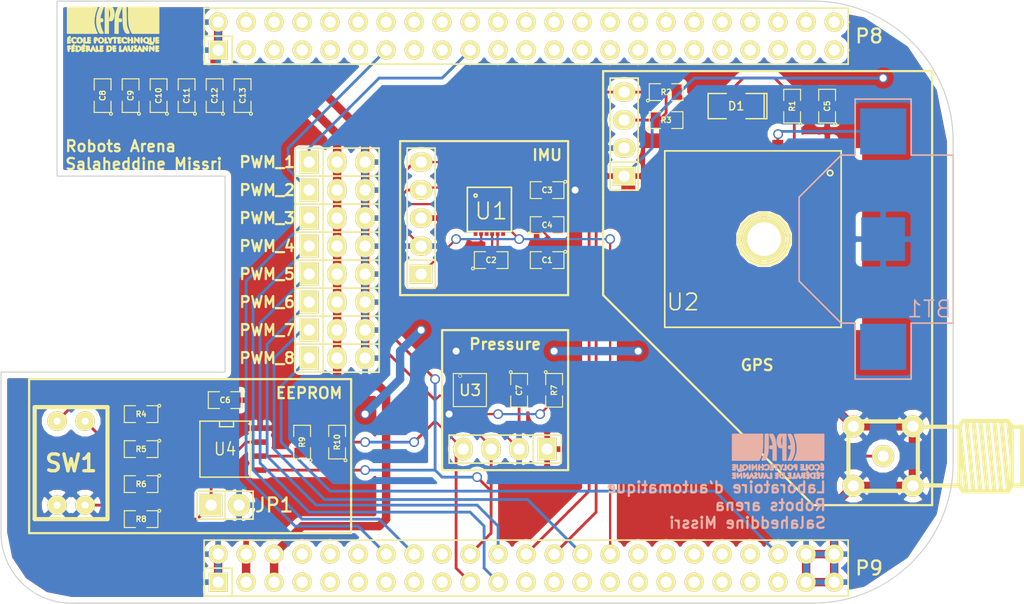
<source format=kicad_pcb>
(kicad_pcb (version 4) (host pcbnew "(2014-09-22 BZR 5144)-product")
  (title_block (title "Robots Arena BBB Cape") (date "30 Sep 2014") (rev A1) (company "Swiss Institute of Technology, Lausanne (EPFL)") (comment 3 "Under supervision of: Andrea Alessandretti") (comment 4 "Designed by: Salah-Eddine Missri"))
  (layers (0 F.Cu signal) (31 B.Cu signal) (34 B.Paste user) (35 F.Paste user) (36 B.SilkS user) (37 F.SilkS user) (38 B.Mask user) (39 F.Mask user) (44 Edge.Cuts user))
  (net 0 "")
  (net 1 "Net-(BT1-Pad1)")
  (net 2 DGND)
  (net 3 3V3)
  (net 4 "Net-(C2-Pad1)")
  (net 5 "Net-(C3-Pad2)")
  (net 6 +5V)
  (net 7 "Net-(D1-Pad1)")
  (net 8 "Net-(D1-Pad2)")
  (net 9 "Net-(J1-Pad1)")
  (net 10 "Net-(JP1-Pad1)")
  (net 11 PWM_1)
  (net 12 PWM_5)
  (net 13 PWM_2)
  (net 14 PWM_6)
  (net 15 PWM_3)
  (net 16 PWM_7)
  (net 17 PWM_4)
  (net 18 "Net-(P8-Pad3)")
  (net 19 "Net-(P8-Pad4)")
  (net 20 "Net-(P8-Pad5)")
  (net 21 "Net-(P8-Pad6)")
  (net 22 "Net-(P8-Pad7)")
  (net 23 "Net-(P8-Pad8)")
  (net 24 "Net-(P8-Pad9)")
  (net 25 "Net-(P8-Pad10)")
  (net 26 "Net-(P8-Pad11)")
  (net 27 "Net-(P8-Pad12)")
  (net 28 PWM_8)
  (net 29 "Net-(P8-Pad14)")
  (net 30 "Net-(P8-Pad15)")
  (net 31 "Net-(P8-Pad16)")
  (net 32 "Net-(P8-Pad17)")
  (net 33 "Net-(P8-Pad18)")
  (net 34 "Net-(P8-Pad20)")
  (net 35 "Net-(P8-Pad21)")
  (net 36 "Net-(P8-Pad22)")
  (net 37 "Net-(P8-Pad23)")
  (net 38 "Net-(P8-Pad24)")
  (net 39 "Net-(P8-Pad25)")
  (net 40 "Net-(P8-Pad26)")
  (net 41 "Net-(P8-Pad27)")
  (net 42 "Net-(P8-Pad28)")
  (net 43 "Net-(P8-Pad29)")
  (net 44 "Net-(P8-Pad30)")
  (net 45 "Net-(P8-Pad31)")
  (net 46 "Net-(P8-Pad32)")
  (net 47 "Net-(P8-Pad33)")
  (net 48 "Net-(P8-Pad34)")
  (net 49 "Net-(P8-Pad35)")
  (net 50 "Net-(P8-Pad36)")
  (net 51 "Net-(P8-Pad37)")
  (net 52 "Net-(P8-Pad38)")
  (net 53 "Net-(P8-Pad39)")
  (net 54 "Net-(P8-Pad40)")
  (net 55 "Net-(P8-Pad41)")
  (net 56 "Net-(P8-Pad42)")
  (net 57 "Net-(P8-Pad43)")
  (net 58 "Net-(P8-Pad44)")
  (net 59 "Net-(P8-Pad45)")
  (net 60 "Net-(P8-Pad46)")
  (net 61 "Net-(P9-Pad7)")
  (net 62 "Net-(P9-Pad8)")
  (net 63 "Net-(P9-Pad9)")
  (net 64 "Net-(P9-Pad10)")
  (net 65 "Net-(P9-Pad11)")
  (net 66 "Net-(P9-Pad12)")
  (net 67 "Net-(P9-Pad13)")
  (net 68 "Net-(P9-Pad15)")
  (net 69 "Net-(P9-Pad17)")
  (net 70 "Net-(P9-Pad18)")
  (net 71 I2C_2_SCL)
  (net 72 I2C_2_SDA)
  (net 73 "Net-(P9-Pad23)")
  (net 74 UART_1_TX)
  (net 75 "Net-(P9-Pad25)")
  (net 76 UART_1_RX)
  (net 77 "Net-(P9-Pad27)")
  (net 78 "Net-(P9-Pad29)")
  (net 79 INT_M)
  (net 80 "Net-(P9-Pad31)")
  (net 81 "Net-(P9-Pad32)")
  (net 82 "Net-(P9-Pad33)")
  (net 83 "Net-(P9-Pad34)")
  (net 84 "Net-(P9-Pad35)")
  (net 85 "Net-(P9-Pad36)")
  (net 86 "Net-(P9-Pad37)")
  (net 87 "Net-(P9-Pad38)")
  (net 88 "Net-(P9-Pad39)")
  (net 89 "Net-(P9-Pad40)")
  (net 90 "Net-(P9-Pad41)")
  (net 91 "Net-(R2-Pad2)")
  (net 92 "Net-(R3-Pad2)")
  (net 93 "Net-(R4-Pad1)")
  (net 94 "Net-(R5-Pad1)")
  (net 95 "Net-(R6-Pad1)")
  (net 96 "Net-(R7-Pad2)")
  (net 97 "Net-(U1-Pad2)")
  (net 98 "Net-(U1-Pad4)")
  (net 99 "Net-(U1-Pad5)")
  (net 100 "Net-(U1-Pad6)")
  (net 101 "Net-(U1-Pad7)")
  (net 102 "Net-(U1-Pad22)")
  (net 103 "Net-(U1-Pad21)")
  (net 104 "Net-(U1-Pad19)")
  (net 105 "Net-(U1-Pad16)")
  (net 106 "Net-(U1-Pad14)")
  (net 107 "Net-(U2-Pad2)")
  (net 108 "Net-(U2-Pad6)")
  (net 109 "Net-(U2-Pad7)")
  (net 110 "Net-(U2-Pad20)")
  (net 111 "Net-(U2-Pad18)")
  (net 112 "Net-(U2-Pad17)")
  (net 113 "Net-(U2-Pad16)")
  (net 114 "Net-(U2-Pad15)")
  (net 115 "Net-(U2-Pad14)")
  (net 116 "Net-(U2-Pad13)")
  (net 117 "Net-(U3-Pad2)")
  (net 118 "Net-(U3-Pad3)")
  (net 119 "Net-(U3-Pad9)")
  (net 120 "Net-(U3-Pad11)")
  (module RobotsArena:BK-885 (layer B.Cu) (at 182.245 88.9 90)
    (fp_text reference BT1 (at -6.35 4.191 180) (layer B.SilkS) (effects (font (size 1.5 1.5)) (justify mirror)))
    (fp_text value BATTERY hide)
    (pad 1 smd rect (at 9.77 0 90) (size 4.17 4.17) (layers B.Cu B.Paste B.Mask) (net 1 "Net-(BT1-Pad1)"))
    (pad 1 smd rect (at -9.77 0 90) (size 4.17 4.17) (layers B.Cu B.Paste B.Mask) (net 1 "Net-(BT1-Pad1)"))
    (pad 2 smd rect (at 0 0 90) (size 3.96 3.96) (layers B.Cu B.Paste B.Mask) (net 2 DGND))
  )
  (module SMD_Packages:SMD-0805 (layer F.Cu) (at 151.765 90.805 180)
    (fp_text reference C1 (at 0 0 180) (layer F.SilkS) (effects (font (size 0.50038 0.50038) (thickness 0.10922))))
    (fp_text value 10n hide)
    (pad 1 smd rect (at -0.9525 0 180) (size 0.889 1.397) (layers F.Cu F.Paste F.Mask) (net 3 3V3))
    (pad 2 smd rect (at 0.9525 0 180) (size 0.889 1.397) (layers F.Cu F.Paste F.Mask) (net 2 DGND))
  )
  (module SMD_Packages:SMD-0805 (layer F.Cu) (at 146.685 90.805)
    (fp_text reference C2 (at 0 0) (layer F.SilkS) (effects (font (size 0.50038 0.50038) (thickness 0.10922))))
    (fp_text value 100n hide)
    (pad 1 smd rect (at -0.9525 0) (size 0.889 1.397) (layers F.Cu F.Paste F.Mask) (net 4 "Net-(C2-Pad1)"))
    (pad 2 smd rect (at 0.9525 0) (size 0.889 1.397) (layers F.Cu F.Paste F.Mask) (net 2 DGND))
  )
  (module SMD_Packages:SMD-0805 (layer F.Cu) (at 151.765 84.455 180)
    (fp_text reference C3 (at 0 0 180) (layer F.SilkS) (effects (font (size 0.50038 0.50038) (thickness 0.10922))))
    (fp_text value 2.2n hide)
    (pad 1 smd rect (at -0.9525 0 180) (size 0.889 1.397) (layers F.Cu F.Paste F.Mask) (net 2 DGND))
    (pad 2 smd rect (at 0.9525 0 180) (size 0.889 1.397) (layers F.Cu F.Paste F.Mask) (net 5 "Net-(C3-Pad2)"))
  )
  (module SMD_Packages:SMD-0805 (layer F.Cu) (at 151.765 87.63)
    (fp_text reference C4 (at 0 0) (layer F.SilkS) (effects (font (size 0.50038 0.50038) (thickness 0.10922))))
    (fp_text value 100n hide)
    (pad 1 smd rect (at -0.9525 0) (size 0.889 1.397) (layers F.Cu F.Paste F.Mask) (net 3 3V3))
    (pad 2 smd rect (at 0.9525 0) (size 0.889 1.397) (layers F.Cu F.Paste F.Mask) (net 2 DGND))
  )
  (module SMD_Packages:SMD-0805 (layer F.Cu) (at 177.165 76.835 90)
    (fp_text reference C5 (at 0 0 90) (layer F.SilkS) (effects (font (size 0.50038 0.50038) (thickness 0.10922))))
    (fp_text value 100n hide)
    (pad 1 smd rect (at -0.9525 0 90) (size 0.889 1.397) (layers F.Cu F.Paste F.Mask) (net 3 3V3))
    (pad 2 smd rect (at 0.9525 0 90) (size 0.889 1.397) (layers F.Cu F.Paste F.Mask) (net 2 DGND))
  )
  (module SMD_Packages:SMD-0805 (layer F.Cu) (at 122.555 103.505 180)
    (fp_text reference C6 (at 0 0 180) (layer F.SilkS) (effects (font (size 0.50038 0.50038) (thickness 0.10922))))
    (fp_text value 100n hide)
    (pad 1 smd rect (at -0.9525 0 180) (size 0.889 1.397) (layers F.Cu F.Paste F.Mask) (net 3 3V3))
    (pad 2 smd rect (at 0.9525 0 180) (size 0.889 1.397) (layers F.Cu F.Paste F.Mask) (net 2 DGND))
  )
  (module SMD_Packages:SMD-0805 (layer F.Cu) (at 149.225 102.616 270)
    (fp_text reference C7 (at 0 0 270) (layer F.SilkS) (effects (font (size 0.50038 0.50038) (thickness 0.10922))))
    (fp_text value 100n hide)
    (pad 1 smd rect (at -0.9525 0 270) (size 0.889 1.397) (layers F.Cu F.Paste F.Mask) (net 3 3V3))
    (pad 2 smd rect (at 0.9525 0 270) (size 0.889 1.397) (layers F.Cu F.Paste F.Mask) (net 2 DGND))
  )
  (module SMD_Packages:SMD-0805 (layer F.Cu) (at 111.4425 75.8825 90)
    (fp_text reference C8 (at 0 0 90) (layer F.SilkS) (effects (font (size 0.50038 0.50038) (thickness 0.10922))))
    (fp_text value 10u hide)
    (pad 1 smd rect (at -0.9525 0 90) (size 0.889 1.397) (layers F.Cu F.Paste F.Mask) (net 3 3V3))
    (pad 2 smd rect (at 0.9525 0 90) (size 0.889 1.397) (layers F.Cu F.Paste F.Mask) (net 2 DGND))
  )
  (module SMD_Packages:SMD-0805 (layer F.Cu) (at 113.9825 75.8825 90)
    (fp_text reference C9 (at 0 0 90) (layer F.SilkS) (effects (font (size 0.50038 0.50038) (thickness 0.10922))))
    (fp_text value 10u hide)
    (pad 1 smd rect (at -0.9525 0 90) (size 0.889 1.397) (layers F.Cu F.Paste F.Mask) (net 3 3V3))
    (pad 2 smd rect (at 0.9525 0 90) (size 0.889 1.397) (layers F.Cu F.Paste F.Mask) (net 2 DGND))
  )
  (module SMD_Packages:SMD-0805 (layer F.Cu) (at 116.5225 75.8825 90)
    (fp_text reference C10 (at 0 0 90) (layer F.SilkS) (effects (font (size 0.50038 0.50038) (thickness 0.10922))))
    (fp_text value 10u hide)
    (pad 1 smd rect (at -0.9525 0 90) (size 0.889 1.397) (layers F.Cu F.Paste F.Mask) (net 3 3V3))
    (pad 2 smd rect (at 0.9525 0 90) (size 0.889 1.397) (layers F.Cu F.Paste F.Mask) (net 2 DGND))
  )
  (module SMD_Packages:SMD-0805 (layer F.Cu) (at 119.0625 75.8825 90)
    (fp_text reference C11 (at 0 0 90) (layer F.SilkS) (effects (font (size 0.50038 0.50038) (thickness 0.10922))))
    (fp_text value 10u hide)
    (pad 1 smd rect (at -0.9525 0 90) (size 0.889 1.397) (layers F.Cu F.Paste F.Mask) (net 3 3V3))
    (pad 2 smd rect (at 0.9525 0 90) (size 0.889 1.397) (layers F.Cu F.Paste F.Mask) (net 2 DGND))
  )
  (module SMD_Packages:SMD-0805 (layer F.Cu) (at 121.6025 75.8825 90)
    (fp_text reference C12 (at 0 0 90) (layer F.SilkS) (effects (font (size 0.50038 0.50038) (thickness 0.10922))))
    (fp_text value 10u hide)
    (pad 1 smd rect (at -0.9525 0 90) (size 0.889 1.397) (layers F.Cu F.Paste F.Mask) (net 3 3V3))
    (pad 2 smd rect (at 0.9525 0 90) (size 0.889 1.397) (layers F.Cu F.Paste F.Mask) (net 2 DGND))
  )
  (module SMD_Packages:SMD-0805 (layer F.Cu) (at 124.1425 75.8825 90)
    (fp_text reference C13 (at 0 0 90) (layer F.SilkS) (effects (font (size 0.50038 0.50038) (thickness 0.10922))))
    (fp_text value 470u hide)
    (pad 1 smd rect (at -0.9525 0 90) (size 0.889 1.397) (layers F.Cu F.Paste F.Mask) (net 6 +5V))
    (pad 2 smd rect (at 0.9525 0 90) (size 0.889 1.397) (layers F.Cu F.Paste F.Mask) (net 2 DGND))
  )
  (module RobotsArena:SMA (layer F.Cu) (at 182.245 108.585 270)
    (fp_text reference J1 hide)
    (fp_text value SMA hide)
    (pad 1 thru_hole circle (at 0 0 270) (size 1.99898 1.99898) (drill 1.00076) (layers *.Cu *.Mask F.SilkS) (net 9 "Net-(J1-Pad1)"))
    (pad 3 thru_hole circle (at 2.70002 -2.70002 270) (size 1.99898 1.99898) (drill 1.00076) (layers *.Cu *.Mask F.SilkS) (net 2 DGND))
    (pad 2 thru_hole circle (at -2.70002 -2.70002 270) (size 1.99898 1.99898) (drill 1.00076) (layers *.Cu *.Mask F.SilkS) (net 2 DGND))
    (pad 5 thru_hole circle (at -2.70002 2.70002 270) (size 1.99898 1.99898) (drill 1.00076) (layers *.Cu *.Mask F.SilkS) (net 2 DGND))
    (pad 4 thru_hole circle (at 2.70002 2.70002 270) (size 1.99898 1.99898) (drill 1.00076) (layers *.Cu *.Mask F.SilkS) (net 2 DGND))
  )
  (module Pin_Headers:Pin_Header_Straight_1x02 (layer F.Cu) (at 122.555 113.03)
    (fp_text reference JP1 (at 4.445 0) (layer F.SilkS) (effects (font (size 1.27 1.27) (thickness 0.2032))))
    (fp_text value JUMPER hide)
    (pad 1 thru_hole rect (at -1.27 0) (size 2.032 2.032) (drill 1.016) (layers *.Cu *.Mask F.SilkS) (net 10 "Net-(JP1-Pad1)"))
    (pad 2 thru_hole oval (at 1.27 0) (size 2.032 2.032) (drill 1.016) (layers *.Cu *.Mask F.SilkS) (net 2 DGND))
  )
  (module Pin_Headers:Pin_Header_Straight_1x03 (layer F.Cu) (at 132.715 81.915)
    (fp_text reference P1 hide)
    (fp_text value CONN_01X03 hide)
    (pad 1 thru_hole rect (at -2.54 0) (size 1.7272 2.032) (drill 1.016) (layers *.Cu *.Mask F.SilkS) (net 11 PWM_1))
    (pad 2 thru_hole oval (at 0 0) (size 1.7272 2.032) (drill 1.016) (layers *.Cu *.Mask F.SilkS) (net 6 +5V))
    (pad 3 thru_hole oval (at 2.54 0) (size 1.7272 2.032) (drill 1.016) (layers *.Cu *.Mask F.SilkS) (net 2 DGND))
  )
  (module Pin_Headers:Pin_Header_Straight_1x03 (layer F.Cu) (at 132.715 84.455)
    (fp_text reference P2 hide)
    (fp_text value CONN_01X03 hide)
    (pad 1 thru_hole rect (at -2.54 0) (size 1.7272 2.032) (drill 1.016) (layers *.Cu *.Mask F.SilkS) (net 13 PWM_2))
    (pad 2 thru_hole oval (at 0 0) (size 1.7272 2.032) (drill 1.016) (layers *.Cu *.Mask F.SilkS) (net 6 +5V))
    (pad 3 thru_hole oval (at 2.54 0) (size 1.7272 2.032) (drill 1.016) (layers *.Cu *.Mask F.SilkS) (net 2 DGND))
  )
  (module Pin_Headers:Pin_Header_Straight_1x03 (layer F.Cu) (at 132.715 86.995)
    (fp_text reference P3 hide)
    (fp_text value CONN_01X03 hide)
    (pad 1 thru_hole rect (at -2.54 0) (size 1.7272 2.032) (drill 1.016) (layers *.Cu *.Mask F.SilkS) (net 15 PWM_3))
    (pad 2 thru_hole oval (at 0 0) (size 1.7272 2.032) (drill 1.016) (layers *.Cu *.Mask F.SilkS) (net 6 +5V))
    (pad 3 thru_hole oval (at 2.54 0) (size 1.7272 2.032) (drill 1.016) (layers *.Cu *.Mask F.SilkS) (net 2 DGND))
  )
  (module Pin_Headers:Pin_Header_Straight_1x03 (layer F.Cu) (at 132.715 89.535)
    (fp_text reference P4 hide)
    (fp_text value CONN_01X03 hide)
    (pad 1 thru_hole rect (at -2.54 0) (size 1.7272 2.032) (drill 1.016) (layers *.Cu *.Mask F.SilkS) (net 17 PWM_4))
    (pad 2 thru_hole oval (at 0 0) (size 1.7272 2.032) (drill 1.016) (layers *.Cu *.Mask F.SilkS) (net 6 +5V))
    (pad 3 thru_hole oval (at 2.54 0) (size 1.7272 2.032) (drill 1.016) (layers *.Cu *.Mask F.SilkS) (net 2 DGND))
  )
  (module Pin_Headers:Pin_Header_Straight_1x03 (layer F.Cu) (at 132.715 92.075)
    (fp_text reference P5 hide)
    (fp_text value CONN_01X03 hide)
    (pad 1 thru_hole rect (at -2.54 0) (size 1.7272 2.032) (drill 1.016) (layers *.Cu *.Mask F.SilkS) (net 12 PWM_5))
    (pad 2 thru_hole oval (at 0 0) (size 1.7272 2.032) (drill 1.016) (layers *.Cu *.Mask F.SilkS) (net 6 +5V))
    (pad 3 thru_hole oval (at 2.54 0) (size 1.7272 2.032) (drill 1.016) (layers *.Cu *.Mask F.SilkS) (net 2 DGND))
  )
  (module Pin_Headers:Pin_Header_Straight_1x03 (layer F.Cu) (at 132.715 94.615)
    (fp_text reference P6 hide)
    (fp_text value CONN_01X03 hide)
    (pad 1 thru_hole rect (at -2.54 0) (size 1.7272 2.032) (drill 1.016) (layers *.Cu *.Mask F.SilkS) (net 14 PWM_6))
    (pad 2 thru_hole oval (at 0 0) (size 1.7272 2.032) (drill 1.016) (layers *.Cu *.Mask F.SilkS) (net 6 +5V))
    (pad 3 thru_hole oval (at 2.54 0) (size 1.7272 2.032) (drill 1.016) (layers *.Cu *.Mask F.SilkS) (net 2 DGND))
  )
  (module Pin_Headers:Pin_Header_Straight_1x03 (layer F.Cu) (at 132.715 97.155)
    (fp_text reference P7 hide)
    (fp_text value CONN_01X03 hide)
    (pad 1 thru_hole rect (at -2.54 0) (size 1.7272 2.032) (drill 1.016) (layers *.Cu *.Mask F.SilkS) (net 16 PWM_7))
    (pad 2 thru_hole oval (at 0 0) (size 1.7272 2.032) (drill 1.016) (layers *.Cu *.Mask F.SilkS) (net 6 +5V))
    (pad 3 thru_hole oval (at 2.54 0) (size 1.7272 2.032) (drill 1.016) (layers *.Cu *.Mask F.SilkS) (net 2 DGND))
  )
  (module Pin_Headers:Pin_Header_Straight_2x23 (layer F.Cu) (at 149.86 70.485)
    (fp_text reference P8 (at 31.115 0) (layer F.SilkS) (effects (font (size 1.27 1.27) (thickness 0.2032))))
    (fp_text value CONN_23X2 hide)
    (pad 1 thru_hole rect (at -27.94 1.27) (size 1.7272 1.7272) (drill 1.016) (layers *.Cu *.Mask F.SilkS) (net 2 DGND))
    (pad 2 thru_hole oval (at -27.94 -1.27) (size 1.7272 1.7272) (drill 1.016) (layers *.Cu *.Mask F.SilkS) (net 2 DGND))
    (pad 3 thru_hole oval (at -25.4 1.27) (size 1.7272 1.7272) (drill 1.016) (layers *.Cu *.Mask F.SilkS) (net 18 "Net-(P8-Pad3)"))
    (pad 4 thru_hole oval (at -25.4 -1.27) (size 1.7272 1.7272) (drill 1.016) (layers *.Cu *.Mask F.SilkS) (net 19 "Net-(P8-Pad4)"))
    (pad 5 thru_hole oval (at -22.86 1.27) (size 1.7272 1.7272) (drill 1.016) (layers *.Cu *.Mask F.SilkS) (net 20 "Net-(P8-Pad5)"))
    (pad 6 thru_hole oval (at -22.86 -1.27) (size 1.7272 1.7272) (drill 1.016) (layers *.Cu *.Mask F.SilkS) (net 21 "Net-(P8-Pad6)"))
    (pad 7 thru_hole oval (at -20.32 1.27) (size 1.7272 1.7272) (drill 1.016) (layers *.Cu *.Mask F.SilkS) (net 22 "Net-(P8-Pad7)"))
    (pad 8 thru_hole oval (at -20.32 -1.27) (size 1.7272 1.7272) (drill 1.016) (layers *.Cu *.Mask F.SilkS) (net 23 "Net-(P8-Pad8)"))
    (pad 9 thru_hole oval (at -17.78 1.27) (size 1.7272 1.7272) (drill 1.016) (layers *.Cu *.Mask F.SilkS) (net 24 "Net-(P8-Pad9)"))
    (pad 10 thru_hole oval (at -17.78 -1.27) (size 1.7272 1.7272) (drill 1.016) (layers *.Cu *.Mask F.SilkS) (net 25 "Net-(P8-Pad10)"))
    (pad 11 thru_hole oval (at -15.24 1.27) (size 1.7272 1.7272) (drill 1.016) (layers *.Cu *.Mask F.SilkS) (net 26 "Net-(P8-Pad11)"))
    (pad 12 thru_hole oval (at -15.24 -1.27) (size 1.7272 1.7272) (drill 1.016) (layers *.Cu *.Mask F.SilkS) (net 27 "Net-(P8-Pad12)"))
    (pad 13 thru_hole oval (at -12.7 1.27) (size 1.7272 1.7272) (drill 1.016) (layers *.Cu *.Mask F.SilkS) (net 13 PWM_2))
    (pad 14 thru_hole oval (at -12.7 -1.27) (size 1.7272 1.7272) (drill 1.016) (layers *.Cu *.Mask F.SilkS) (net 29 "Net-(P8-Pad14)"))
    (pad 15 thru_hole oval (at -10.16 1.27) (size 1.7272 1.7272) (drill 1.016) (layers *.Cu *.Mask F.SilkS) (net 30 "Net-(P8-Pad15)"))
    (pad 16 thru_hole oval (at -10.16 -1.27) (size 1.7272 1.7272) (drill 1.016) (layers *.Cu *.Mask F.SilkS) (net 31 "Net-(P8-Pad16)"))
    (pad 17 thru_hole oval (at -7.62 1.27) (size 1.7272 1.7272) (drill 1.016) (layers *.Cu *.Mask F.SilkS) (net 32 "Net-(P8-Pad17)"))
    (pad 18 thru_hole oval (at -7.62 -1.27) (size 1.7272 1.7272) (drill 1.016) (layers *.Cu *.Mask F.SilkS) (net 33 "Net-(P8-Pad18)"))
    (pad 19 thru_hole oval (at -5.08 1.27) (size 1.7272 1.7272) (drill 1.016) (layers *.Cu *.Mask F.SilkS) (net 11 PWM_1))
    (pad 20 thru_hole oval (at -5.08 -1.27) (size 1.7272 1.7272) (drill 1.016) (layers *.Cu *.Mask F.SilkS) (net 34 "Net-(P8-Pad20)"))
    (pad 21 thru_hole oval (at -2.54 1.27) (size 1.7272 1.7272) (drill 1.016) (layers *.Cu *.Mask F.SilkS) (net 35 "Net-(P8-Pad21)"))
    (pad 22 thru_hole oval (at -2.54 -1.27) (size 1.7272 1.7272) (drill 1.016) (layers *.Cu *.Mask F.SilkS) (net 36 "Net-(P8-Pad22)"))
    (pad 23 thru_hole oval (at 0 1.27) (size 1.7272 1.7272) (drill 1.016) (layers *.Cu *.Mask F.SilkS) (net 37 "Net-(P8-Pad23)"))
    (pad 24 thru_hole oval (at 0 -1.27) (size 1.7272 1.7272) (drill 1.016) (layers *.Cu *.Mask F.SilkS) (net 38 "Net-(P8-Pad24)"))
    (pad 25 thru_hole oval (at 2.54 1.27) (size 1.7272 1.7272) (drill 1.016) (layers *.Cu *.Mask F.SilkS) (net 39 "Net-(P8-Pad25)"))
    (pad 26 thru_hole oval (at 2.54 -1.27) (size 1.7272 1.7272) (drill 1.016) (layers *.Cu *.Mask F.SilkS) (net 40 "Net-(P8-Pad26)"))
    (pad 27 thru_hole oval (at 5.08 1.27) (size 1.7272 1.7272) (drill 1.016) (layers *.Cu *.Mask F.SilkS) (net 41 "Net-(P8-Pad27)"))
    (pad 28 thru_hole oval (at 5.08 -1.27) (size 1.7272 1.7272) (drill 1.016) (layers *.Cu *.Mask F.SilkS) (net 42 "Net-(P8-Pad28)"))
    (pad 29 thru_hole oval (at 7.62 1.27) (size 1.7272 1.7272) (drill 1.016) (layers *.Cu *.Mask F.SilkS) (net 43 "Net-(P8-Pad29)"))
    (pad 30 thru_hole oval (at 7.62 -1.27) (size 1.7272 1.7272) (drill 1.016) (layers *.Cu *.Mask F.SilkS) (net 44 "Net-(P8-Pad30)"))
    (pad 31 thru_hole oval (at 10.16 1.27) (size 1.7272 1.7272) (drill 1.016) (layers *.Cu *.Mask F.SilkS) (net 45 "Net-(P8-Pad31)"))
    (pad 32 thru_hole oval (at 10.16 -1.27) (size 1.7272 1.7272) (drill 1.016) (layers *.Cu *.Mask F.SilkS) (net 46 "Net-(P8-Pad32)"))
    (pad 33 thru_hole oval (at 12.7 1.27) (size 1.7272 1.7272) (drill 1.016) (layers *.Cu *.Mask F.SilkS) (net 47 "Net-(P8-Pad33)"))
    (pad 34 thru_hole oval (at 12.7 -1.27) (size 1.7272 1.7272) (drill 1.016) (layers *.Cu *.Mask F.SilkS) (net 48 "Net-(P8-Pad34)"))
    (pad 35 thru_hole oval (at 15.24 1.27) (size 1.7272 1.7272) (drill 1.016) (layers *.Cu *.Mask F.SilkS) (net 49 "Net-(P8-Pad35)"))
    (pad 36 thru_hole oval (at 15.24 -1.27) (size 1.7272 1.7272) (drill 1.016) (layers *.Cu *.Mask F.SilkS) (net 50 "Net-(P8-Pad36)"))
    (pad 37 thru_hole oval (at 17.78 1.27) (size 1.7272 1.7272) (drill 1.016) (layers *.Cu *.Mask F.SilkS) (net 51 "Net-(P8-Pad37)"))
    (pad 38 thru_hole oval (at 17.78 -1.27) (size 1.7272 1.7272) (drill 1.016) (layers *.Cu *.Mask F.SilkS) (net 52 "Net-(P8-Pad38)"))
    (pad 39 thru_hole oval (at 20.32 1.27) (size 1.7272 1.7272) (drill 1.016) (layers *.Cu *.Mask F.SilkS) (net 53 "Net-(P8-Pad39)"))
    (pad 40 thru_hole oval (at 20.32 -1.27) (size 1.7272 1.7272) (drill 1.016) (layers *.Cu *.Mask F.SilkS) (net 54 "Net-(P8-Pad40)"))
    (pad 41 thru_hole oval (at 22.86 1.27) (size 1.7272 1.7272) (drill 1.016) (layers *.Cu *.Mask F.SilkS) (net 55 "Net-(P8-Pad41)"))
    (pad 42 thru_hole oval (at 22.86 -1.27) (size 1.7272 1.7272) (drill 1.016) (layers *.Cu *.Mask F.SilkS) (net 56 "Net-(P8-Pad42)"))
    (pad 43 thru_hole oval (at 25.4 1.27) (size 1.7272 1.7272) (drill 1.016) (layers *.Cu *.Mask F.SilkS) (net 57 "Net-(P8-Pad43)"))
    (pad 44 thru_hole oval (at 25.4 -1.27) (size 1.7272 1.7272) (drill 1.016) (layers *.Cu *.Mask F.SilkS) (net 58 "Net-(P8-Pad44)"))
    (pad 45 thru_hole oval (at 27.94 1.27) (size 1.7272 1.7272) (drill 1.016) (layers *.Cu *.Mask F.SilkS) (net 59 "Net-(P8-Pad45)"))
    (pad 46 thru_hole oval (at 27.94 -1.27) (size 1.7272 1.7272) (drill 1.016) (layers *.Cu *.Mask F.SilkS) (net 60 "Net-(P8-Pad46)"))
  )
  (module Pin_Headers:Pin_Header_Straight_2x23 (layer F.Cu) (at 149.86 118.745)
    (fp_text reference P9 (at 31.115 0) (layer F.SilkS) (effects (font (size 1.27 1.27) (thickness 0.2032))))
    (fp_text value CONN_23X2 hide)
    (pad 1 thru_hole rect (at -27.94 1.27) (size 1.7272 1.7272) (drill 1.016) (layers *.Cu *.Mask F.SilkS) (net 2 DGND))
    (pad 2 thru_hole oval (at -27.94 -1.27) (size 1.7272 1.7272) (drill 1.016) (layers *.Cu *.Mask F.SilkS) (net 2 DGND))
    (pad 3 thru_hole oval (at -25.4 1.27) (size 1.7272 1.7272) (drill 1.016) (layers *.Cu *.Mask F.SilkS) (net 3 3V3))
    (pad 4 thru_hole oval (at -25.4 -1.27) (size 1.7272 1.7272) (drill 1.016) (layers *.Cu *.Mask F.SilkS) (net 3 3V3))
    (pad 5 thru_hole oval (at -22.86 1.27) (size 1.7272 1.7272) (drill 1.016) (layers *.Cu *.Mask F.SilkS) (net 6 +5V))
    (pad 6 thru_hole oval (at -22.86 -1.27) (size 1.7272 1.7272) (drill 1.016) (layers *.Cu *.Mask F.SilkS) (net 6 +5V))
    (pad 7 thru_hole oval (at -20.32 1.27) (size 1.7272 1.7272) (drill 1.016) (layers *.Cu *.Mask F.SilkS) (net 61 "Net-(P9-Pad7)"))
    (pad 8 thru_hole oval (at -20.32 -1.27) (size 1.7272 1.7272) (drill 1.016) (layers *.Cu *.Mask F.SilkS) (net 62 "Net-(P9-Pad8)"))
    (pad 9 thru_hole oval (at -17.78 1.27) (size 1.7272 1.7272) (drill 1.016) (layers *.Cu *.Mask F.SilkS) (net 63 "Net-(P9-Pad9)"))
    (pad 10 thru_hole oval (at -17.78 -1.27) (size 1.7272 1.7272) (drill 1.016) (layers *.Cu *.Mask F.SilkS) (net 64 "Net-(P9-Pad10)"))
    (pad 11 thru_hole oval (at -15.24 1.27) (size 1.7272 1.7272) (drill 1.016) (layers *.Cu *.Mask F.SilkS) (net 65 "Net-(P9-Pad11)"))
    (pad 12 thru_hole oval (at -15.24 -1.27) (size 1.7272 1.7272) (drill 1.016) (layers *.Cu *.Mask F.SilkS) (net 66 "Net-(P9-Pad12)"))
    (pad 13 thru_hole oval (at -12.7 1.27) (size 1.7272 1.7272) (drill 1.016) (layers *.Cu *.Mask F.SilkS) (net 67 "Net-(P9-Pad13)"))
    (pad 14 thru_hole oval (at -12.7 -1.27) (size 1.7272 1.7272) (drill 1.016) (layers *.Cu *.Mask F.SilkS) (net 15 PWM_3))
    (pad 15 thru_hole oval (at -10.16 1.27) (size 1.7272 1.7272) (drill 1.016) (layers *.Cu *.Mask F.SilkS) (net 68 "Net-(P9-Pad15)"))
    (pad 16 thru_hole oval (at -10.16 -1.27) (size 1.7272 1.7272) (drill 1.016) (layers *.Cu *.Mask F.SilkS) (net 17 PWM_4))
    (pad 17 thru_hole oval (at -7.62 1.27) (size 1.7272 1.7272) (drill 1.016) (layers *.Cu *.Mask F.SilkS) (net 69 "Net-(P9-Pad17)"))
    (pad 18 thru_hole oval (at -7.62 -1.27) (size 1.7272 1.7272) (drill 1.016) (layers *.Cu *.Mask F.SilkS) (net 70 "Net-(P9-Pad18)"))
    (pad 19 thru_hole oval (at -5.08 1.27) (size 1.7272 1.7272) (drill 1.016) (layers *.Cu *.Mask F.SilkS) (net 71 I2C_2_SCL))
    (pad 20 thru_hole oval (at -5.08 -1.27) (size 1.7272 1.7272) (drill 1.016) (layers *.Cu *.Mask F.SilkS) (net 72 I2C_2_SDA))
    (pad 21 thru_hole oval (at -2.54 1.27) (size 1.7272 1.7272) (drill 1.016) (layers *.Cu *.Mask F.SilkS) (net 12 PWM_5))
    (pad 22 thru_hole oval (at -2.54 -1.27) (size 1.7272 1.7272) (drill 1.016) (layers *.Cu *.Mask F.SilkS) (net 14 PWM_6))
    (pad 23 thru_hole oval (at 0 1.27) (size 1.7272 1.7272) (drill 1.016) (layers *.Cu *.Mask F.SilkS) (net 73 "Net-(P9-Pad23)"))
    (pad 24 thru_hole oval (at 0 -1.27) (size 1.7272 1.7272) (drill 1.016) (layers *.Cu *.Mask F.SilkS) (net 74 UART_1_TX))
    (pad 25 thru_hole oval (at 2.54 1.27) (size 1.7272 1.7272) (drill 1.016) (layers *.Cu *.Mask F.SilkS) (net 75 "Net-(P9-Pad25)"))
    (pad 26 thru_hole oval (at 2.54 -1.27) (size 1.7272 1.7272) (drill 1.016) (layers *.Cu *.Mask F.SilkS) (net 76 UART_1_RX))
    (pad 27 thru_hole oval (at 5.08 1.27) (size 1.7272 1.7272) (drill 1.016) (layers *.Cu *.Mask F.SilkS) (net 77 "Net-(P9-Pad27)"))
    (pad 28 thru_hole oval (at 5.08 -1.27) (size 1.7272 1.7272) (drill 1.016) (layers *.Cu *.Mask F.SilkS) (net 16 PWM_7))
    (pad 29 thru_hole oval (at 7.62 1.27) (size 1.7272 1.7272) (drill 1.016) (layers *.Cu *.Mask F.SilkS) (net 78 "Net-(P9-Pad29)"))
    (pad 30 thru_hole oval (at 7.62 -1.27) (size 1.7272 1.7272) (drill 1.016) (layers *.Cu *.Mask F.SilkS) (net 79 INT_M))
    (pad 31 thru_hole oval (at 10.16 1.27) (size 1.7272 1.7272) (drill 1.016) (layers *.Cu *.Mask F.SilkS) (net 80 "Net-(P9-Pad31)"))
    (pad 32 thru_hole oval (at 10.16 -1.27) (size 1.7272 1.7272) (drill 1.016) (layers *.Cu *.Mask F.SilkS) (net 81 "Net-(P9-Pad32)"))
    (pad 33 thru_hole oval (at 12.7 1.27) (size 1.7272 1.7272) (drill 1.016) (layers *.Cu *.Mask F.SilkS) (net 82 "Net-(P9-Pad33)"))
    (pad 34 thru_hole oval (at 12.7 -1.27) (size 1.7272 1.7272) (drill 1.016) (layers *.Cu *.Mask F.SilkS) (net 83 "Net-(P9-Pad34)"))
    (pad 35 thru_hole oval (at 15.24 1.27) (size 1.7272 1.7272) (drill 1.016) (layers *.Cu *.Mask F.SilkS) (net 84 "Net-(P9-Pad35)"))
    (pad 36 thru_hole oval (at 15.24 -1.27) (size 1.7272 1.7272) (drill 1.016) (layers *.Cu *.Mask F.SilkS) (net 85 "Net-(P9-Pad36)"))
    (pad 37 thru_hole oval (at 17.78 1.27) (size 1.7272 1.7272) (drill 1.016) (layers *.Cu *.Mask F.SilkS) (net 86 "Net-(P9-Pad37)"))
    (pad 38 thru_hole oval (at 17.78 -1.27) (size 1.7272 1.7272) (drill 1.016) (layers *.Cu *.Mask F.SilkS) (net 87 "Net-(P9-Pad38)"))
    (pad 39 thru_hole oval (at 20.32 1.27) (size 1.7272 1.7272) (drill 1.016) (layers *.Cu *.Mask F.SilkS) (net 88 "Net-(P9-Pad39)"))
    (pad 40 thru_hole oval (at 20.32 -1.27) (size 1.7272 1.7272) (drill 1.016) (layers *.Cu *.Mask F.SilkS) (net 89 "Net-(P9-Pad40)"))
    (pad 41 thru_hole oval (at 22.86 1.27) (size 1.7272 1.7272) (drill 1.016) (layers *.Cu *.Mask F.SilkS) (net 90 "Net-(P9-Pad41)"))
    (pad 42 thru_hole oval (at 22.86 -1.27) (size 1.7272 1.7272) (drill 1.016) (layers *.Cu *.Mask F.SilkS) (net 28 PWM_8))
    (pad 43 thru_hole oval (at 25.4 1.27) (size 1.7272 1.7272) (drill 1.016) (layers *.Cu *.Mask F.SilkS) (net 2 DGND))
    (pad 44 thru_hole oval (at 25.4 -1.27) (size 1.7272 1.7272) (drill 1.016) (layers *.Cu *.Mask F.SilkS) (net 2 DGND))
    (pad 45 thru_hole oval (at 27.94 1.27) (size 1.7272 1.7272) (drill 1.016) (layers *.Cu *.Mask F.SilkS) (net 2 DGND))
    (pad 46 thru_hole oval (at 27.94 -1.27) (size 1.7272 1.7272) (drill 1.016) (layers *.Cu *.Mask F.SilkS) (net 2 DGND))
  )
  (module Pin_Headers:Pin_Header_Straight_1x03 (layer F.Cu) (at 132.715 99.695)
    (fp_text reference P10 hide)
    (fp_text value CONN_01X03 hide)
    (pad 1 thru_hole rect (at -2.54 0) (size 1.7272 2.032) (drill 1.016) (layers *.Cu *.Mask F.SilkS) (net 28 PWM_8))
    (pad 2 thru_hole oval (at 0 0) (size 1.7272 2.032) (drill 1.016) (layers *.Cu *.Mask F.SilkS) (net 6 +5V))
    (pad 3 thru_hole oval (at 2.54 0) (size 1.7272 2.032) (drill 1.016) (layers *.Cu *.Mask F.SilkS) (net 2 DGND))
  )
  (module Pin_Headers:Pin_Header_Straight_1x04 (layer F.Cu) (at 158.75 79.375 90)
    (fp_text reference P11 hide)
    (fp_text value CONN_01X04 hide)
    (pad 1 thru_hole rect (at -3.81 0 90) (size 1.7272 2.032) (drill 1.016) (layers *.Cu *.Mask F.SilkS) (net 3 3V3))
    (pad 2 thru_hole oval (at -1.27 0 90) (size 1.7272 2.032) (drill 1.016) (layers *.Cu *.Mask F.SilkS) (net 2 DGND))
    (pad 3 thru_hole oval (at 1.27 0 90) (size 1.7272 2.032) (drill 1.016) (layers *.Cu *.Mask F.SilkS) (net 74 UART_1_TX))
    (pad 4 thru_hole oval (at 3.81 0 90) (size 1.7272 2.032) (drill 1.016) (layers *.Cu *.Mask F.SilkS) (net 76 UART_1_RX))
  )
  (module Pin_Headers:Pin_Header_Straight_1x05 (layer F.Cu) (at 140.335 86.995 90)
    (fp_text reference P12 hide)
    (fp_text value CONN_01X05 hide)
    (pad 1 thru_hole rect (at -5.08 0 90) (size 1.7272 2.032) (drill 1.016) (layers *.Cu *.Mask F.SilkS) (net 79 INT_M))
    (pad 2 thru_hole oval (at -2.54 0 90) (size 1.7272 2.032) (drill 1.016) (layers *.Cu *.Mask F.SilkS) (net 2 DGND))
    (pad 3 thru_hole oval (at 0 0 90) (size 1.7272 2.032) (drill 1.016) (layers *.Cu *.Mask F.SilkS) (net 3 3V3))
    (pad 4 thru_hole oval (at 2.54 0 90) (size 1.7272 2.032) (drill 1.016) (layers *.Cu *.Mask F.SilkS) (net 72 I2C_2_SDA))
    (pad 5 thru_hole oval (at 5.08 0 90) (size 1.7272 2.032) (drill 1.016) (layers *.Cu *.Mask F.SilkS) (net 71 I2C_2_SCL))
  )
  (module Pin_Headers:Pin_Header_Straight_1x04 (layer F.Cu) (at 147.955 107.95 180)
    (fp_text reference P13 hide)
    (fp_text value CONN_01X04 hide)
    (pad 1 thru_hole rect (at -3.81 0 180) (size 1.7272 2.032) (drill 1.016) (layers *.Cu *.Mask F.SilkS) (net 3 3V3))
    (pad 2 thru_hole oval (at -1.27 0 180) (size 1.7272 2.032) (drill 1.016) (layers *.Cu *.Mask F.SilkS) (net 2 DGND))
    (pad 3 thru_hole oval (at 1.27 0 180) (size 1.7272 2.032) (drill 1.016) (layers *.Cu *.Mask F.SilkS) (net 72 I2C_2_SDA))
    (pad 4 thru_hole oval (at 3.81 0 180) (size 1.7272 2.032) (drill 1.016) (layers *.Cu *.Mask F.SilkS) (net 71 I2C_2_SCL))
  )
  (module SMD_Packages:SMD-0805 (layer F.Cu) (at 173.99 76.835 90)
    (fp_text reference R1 (at 0 0 90) (layer F.SilkS) (effects (font (size 0.50038 0.50038) (thickness 0.10922))))
    (fp_text value 330 hide)
    (pad 1 smd rect (at -0.9525 0 90) (size 0.889 1.397) (layers F.Cu F.Paste F.Mask) (net 2 DGND))
    (pad 2 smd rect (at 0.9525 0 90) (size 0.889 1.397) (layers F.Cu F.Paste F.Mask) (net 8 "Net-(D1-Pad2)"))
  )
  (module SMD_Packages:SMD-0805 (layer F.Cu) (at 162.56 75.565)
    (fp_text reference R2 (at 0 0) (layer F.SilkS) (effects (font (size 0.50038 0.50038) (thickness 0.10922))))
    (fp_text value 330 hide)
    (pad 1 smd rect (at -0.9525 0) (size 0.889 1.397) (layers F.Cu F.Paste F.Mask) (net 76 UART_1_RX))
    (pad 2 smd rect (at 0.9525 0) (size 0.889 1.397) (layers F.Cu F.Paste F.Mask) (net 91 "Net-(R2-Pad2)"))
  )
  (module SMD_Packages:SMD-0805 (layer F.Cu) (at 162.56 78.105)
    (fp_text reference R3 (at 0 0) (layer F.SilkS) (effects (font (size 0.50038 0.50038) (thickness 0.10922))))
    (fp_text value 330 hide)
    (pad 1 smd rect (at -0.9525 0) (size 0.889 1.397) (layers F.Cu F.Paste F.Mask) (net 74 UART_1_TX))
    (pad 2 smd rect (at 0.9525 0) (size 0.889 1.397) (layers F.Cu F.Paste F.Mask) (net 92 "Net-(R3-Pad2)"))
  )
  (module SMD_Packages:SMD-0805 (layer F.Cu) (at 114.935 104.775 180)
    (fp_text reference R4 (at 0 0 180) (layer F.SilkS) (effects (font (size 0.50038 0.50038) (thickness 0.10922))))
    (fp_text value 4.7k hide)
    (pad 1 smd rect (at -0.9525 0 180) (size 0.889 1.397) (layers F.Cu F.Paste F.Mask) (net 93 "Net-(R4-Pad1)"))
    (pad 2 smd rect (at 0.9525 0 180) (size 0.889 1.397) (layers F.Cu F.Paste F.Mask) (net 3 3V3))
  )
  (module SMD_Packages:SMD-0805 (layer F.Cu) (at 114.935 107.95 180)
    (fp_text reference R5 (at 0 0 180) (layer F.SilkS) (effects (font (size 0.50038 0.50038) (thickness 0.10922))))
    (fp_text value 4.7k hide)
    (pad 1 smd rect (at -0.9525 0 180) (size 0.889 1.397) (layers F.Cu F.Paste F.Mask) (net 94 "Net-(R5-Pad1)"))
    (pad 2 smd rect (at 0.9525 0 180) (size 0.889 1.397) (layers F.Cu F.Paste F.Mask) (net 3 3V3))
  )
  (module SMD_Packages:SMD-0805 (layer F.Cu) (at 114.935 111.125 180)
    (fp_text reference R6 (at 0 0 180) (layer F.SilkS) (effects (font (size 0.50038 0.50038) (thickness 0.10922))))
    (fp_text value 4.7k hide)
    (pad 1 smd rect (at -0.9525 0 180) (size 0.889 1.397) (layers F.Cu F.Paste F.Mask) (net 95 "Net-(R6-Pad1)"))
    (pad 2 smd rect (at 0.9525 0 180) (size 0.889 1.397) (layers F.Cu F.Paste F.Mask) (net 3 3V3))
  )
  (module SMD_Packages:SMD-0805 (layer F.Cu) (at 152.4 102.616 270)
    (fp_text reference R7 (at 0 0 270) (layer F.SilkS) (effects (font (size 0.50038 0.50038) (thickness 0.10922))))
    (fp_text value 10k hide)
    (pad 1 smd rect (at -0.9525 0 270) (size 0.889 1.397) (layers F.Cu F.Paste F.Mask) (net 3 3V3))
    (pad 2 smd rect (at 0.9525 0 270) (size 0.889 1.397) (layers F.Cu F.Paste F.Mask) (net 96 "Net-(R7-Pad2)"))
  )
  (module SMD_Packages:SMD-0805 (layer F.Cu) (at 114.935 114.3 180)
    (fp_text reference R8 (at 0 0 180) (layer F.SilkS) (effects (font (size 0.50038 0.50038) (thickness 0.10922))))
    (fp_text value 10k hide)
    (pad 1 smd rect (at -0.9525 0 180) (size 0.889 1.397) (layers F.Cu F.Paste F.Mask) (net 10 "Net-(JP1-Pad1)"))
    (pad 2 smd rect (at 0.9525 0 180) (size 0.889 1.397) (layers F.Cu F.Paste F.Mask) (net 3 3V3))
  )
  (module SMD_Packages:SMD-0805 (layer F.Cu) (at 129.54 107.315 90)
    (fp_text reference R9 (at 0 0 90) (layer F.SilkS) (effects (font (size 0.50038 0.50038) (thickness 0.10922))))
    (fp_text value 4.7k hide)
    (pad 1 smd rect (at -0.9525 0 90) (size 0.889 1.397) (layers F.Cu F.Paste F.Mask) (net 71 I2C_2_SCL))
    (pad 2 smd rect (at 0.9525 0 90) (size 0.889 1.397) (layers F.Cu F.Paste F.Mask) (net 3 3V3))
  )
  (module SMD_Packages:SMD-0805 (layer F.Cu) (at 132.715 107.315 90)
    (fp_text reference R10 (at 0 0 90) (layer F.SilkS) (effects (font (size 0.50038 0.50038) (thickness 0.10922))))
    (fp_text value 4.7k hide)
    (pad 1 smd rect (at -0.9525 0 90) (size 0.889 1.397) (layers F.Cu F.Paste F.Mask) (net 72 I2C_2_SDA))
    (pad 2 smd rect (at 0.9525 0 90) (size 0.889 1.397) (layers F.Cu F.Paste F.Mask) (net 3 3V3))
  )
  (module RobotsArena:DIPS-DS02 (layer F.Cu) (at 108.585 109.22)
    (fp_text reference SW1 (at 0 0) (layer F.SilkS) (effects (font (thickness 0.3048))))
    (fp_text value DIPS_02 hide)
    (pad 1 thru_hole circle (at -1.27 3.81) (size 1.778 1.778) (drill 0.635) (layers *.Cu *.Mask F.SilkS) (net 2 DGND))
    (pad 2 thru_hole circle (at 1.27 3.81) (size 1.778 1.778) (drill 0.635) (layers *.Cu *.Mask F.SilkS) (net 2 DGND))
    (pad 3 thru_hole circle (at 1.27 -3.81) (size 1.778 1.778) (drill 0.635) (layers *.Cu *.Mask F.SilkS) (net 94 "Net-(R5-Pad1)"))
    (pad 4 thru_hole circle (at -1.27 -3.81) (size 1.778 1.778) (drill 0.635) (layers *.Cu *.Mask F.SilkS) (net 93 "Net-(R4-Pad1)"))
  )
  (module RobotsArena:MPU-9150 (layer F.Cu) (at 144.526 84.201)
    (fp_text reference U1 (at 2.159 2.159) (layer F.SilkS) (effects (font (size 1.5 1.5))))
    (fp_text value MPU-9150 hide)
    (pad 1 smd rect (at 0 0.75) (size 0.8 0.35) (layers F.Cu F.Paste F.Mask) (net 2 DGND))
    (pad 2 smd rect (at 0 1.25) (size 0.8 0.35) (layers F.Cu F.Paste F.Mask) (net 97 "Net-(U1-Pad2)"))
    (pad 3 smd rect (at 0 1.75) (size 0.8 0.35) (layers F.Cu F.Paste F.Mask) (net 3 3V3))
    (pad 4 smd rect (at 0 2.25) (size 0.8 0.35) (layers F.Cu F.Paste F.Mask) (net 98 "Net-(U1-Pad4)"))
    (pad 5 smd rect (at 0 2.75) (size 0.8 0.35) (layers F.Cu F.Paste F.Mask) (net 99 "Net-(U1-Pad5)"))
    (pad 6 smd rect (at 0 3.25) (size 0.8 0.35) (layers F.Cu F.Paste F.Mask) (net 100 "Net-(U1-Pad6)"))
    (pad 7 smd rect (at 0.75 3.975) (size 0.35 0.85) (layers F.Cu F.Paste F.Mask) (net 101 "Net-(U1-Pad7)"))
    (pad 8 smd rect (at 1.25 3.975) (size 0.35 0.85) (layers F.Cu F.Paste F.Mask) (net 3 3V3))
    (pad 9 smd rect (at 1.75 3.975) (size 0.35 0.85) (layers F.Cu F.Paste F.Mask) (net 2 DGND))
    (pad 10 smd rect (at 2.25 3.975) (size 0.35 0.85) (layers F.Cu F.Paste F.Mask) (net 4 "Net-(C2-Pad1)"))
    (pad 11 smd rect (at 2.75 3.975) (size 0.35 0.85) (layers F.Cu F.Paste F.Mask) (net 2 DGND))
    (pad 12 smd rect (at 3.25 3.975) (size 0.35 0.85) (layers F.Cu F.Paste F.Mask) (net 79 INT_M))
    (pad 24 smd rect (at 0.75 0.025) (size 0.35 0.85) (layers F.Cu F.Paste F.Mask) (net 72 I2C_2_SDA))
    (pad 23 smd rect (at 1.25 0.025) (size 0.35 0.85) (layers F.Cu F.Paste F.Mask) (net 71 I2C_2_SCL))
    (pad 22 smd rect (at 1.75 0.025) (size 0.35 0.85) (layers F.Cu F.Paste F.Mask) (net 102 "Net-(U1-Pad22)"))
    (pad 21 smd rect (at 2.25 0.025) (size 0.35 0.85) (layers F.Cu F.Paste F.Mask) (net 103 "Net-(U1-Pad21)"))
    (pad 20 smd rect (at 2.75 0.025) (size 0.35 0.85) (layers F.Cu F.Paste F.Mask) (net 5 "Net-(C3-Pad2)"))
    (pad 19 smd rect (at 3.25 0.025) (size 0.35 0.85) (layers F.Cu F.Paste F.Mask) (net 104 "Net-(U1-Pad19)"))
    (pad 18 smd rect (at 4 0.75) (size 0.8 0.35) (layers F.Cu F.Paste F.Mask) (net 2 DGND))
    (pad 17 smd rect (at 4 1.25) (size 0.8 0.35) (layers F.Cu F.Paste F.Mask) (net 2 DGND))
    (pad 16 smd rect (at 4 1.75) (size 0.8 0.35) (layers F.Cu F.Paste F.Mask) (net 105 "Net-(U1-Pad16)"))
    (pad 15 smd rect (at 4 2.25) (size 0.8 0.35) (layers F.Cu F.Paste F.Mask) (net 2 DGND))
    (pad 14 smd rect (at 4 2.75) (size 0.8 0.35) (layers F.Cu F.Paste F.Mask) (net 106 "Net-(U1-Pad14)"))
    (pad 13 smd rect (at 4 3.25) (size 0.8 0.35) (layers F.Cu F.Paste F.Mask) (net 3 3V3))
  )
  (module RobotsArena:10011-FGPMMOPA6H (layer F.Cu) (at 178.435 80.899 270)
    (fp_text reference U2 (at 13.716 14.351 540) (layer F.SilkS) (effects (font (size 1.5 1.5))))
    (fp_text value FGPMMOPA6H hide)
    (pad 1 smd rect (at 0 1.25 270) (size 2 1) (layers F.Cu F.Paste F.Mask) (net 3 3V3))
    (pad 2 smd rect (at 0 2.75 270) (size 2 1) (layers F.Cu F.Paste F.Mask) (net 107 "Net-(U2-Pad2)"))
    (pad 3 smd rect (at 0 4.25 270) (size 2 1) (layers F.Cu F.Paste F.Mask) (net 2 DGND))
    (pad 4 smd rect (at 0 5.75 270) (size 2 1) (layers F.Cu F.Paste F.Mask) (net 1 "Net-(BT1-Pad1)"))
    (pad 5 smd rect (at 0 7.25 270) (size 2 1) (layers F.Cu F.Paste F.Mask) (net 7 "Net-(D1-Pad1)"))
    (pad 6 smd rect (at 0 8.75 270) (size 2 1) (layers F.Cu F.Paste F.Mask) (net 108 "Net-(U2-Pad6)"))
    (pad 7 smd rect (at 0 10.25 270) (size 2 1) (layers F.Cu F.Paste F.Mask) (net 109 "Net-(U2-Pad7)"))
    (pad 8 smd rect (at 0 11.75 270) (size 2 1) (layers F.Cu F.Paste F.Mask) (net 2 DGND))
    (pad 9 smd rect (at 0 13.25 270) (size 2 1) (layers F.Cu F.Paste F.Mask) (net 91 "Net-(R2-Pad2)"))
    (pad 10 smd rect (at 0 14.75 270) (size 2 1) (layers F.Cu F.Paste F.Mask) (net 92 "Net-(R3-Pad2)"))
    (pad 20 smd rect (at 16 1.25 270) (size 2 1) (layers F.Cu F.Paste F.Mask) (net 110 "Net-(U2-Pad20)"))
    (pad 19 smd rect (at 16 2.75 270) (size 2 1) (layers F.Cu F.Paste F.Mask) (net 2 DGND))
    (pad 18 smd rect (at 16 4.25 270) (size 2 1) (layers F.Cu F.Paste F.Mask) (net 111 "Net-(U2-Pad18)"))
    (pad 17 smd rect (at 16 5.75 270) (size 2 1) (layers F.Cu F.Paste F.Mask) (net 112 "Net-(U2-Pad17)"))
    (pad 16 smd rect (at 16 7.25 270) (size 2 1) (layers F.Cu F.Paste F.Mask) (net 113 "Net-(U2-Pad16)"))
    (pad 15 smd rect (at 16 8.75 270) (size 2 1) (layers F.Cu F.Paste F.Mask) (net 114 "Net-(U2-Pad15)"))
    (pad 14 smd rect (at 16 10.25 270) (size 2 1) (layers F.Cu F.Paste F.Mask) (net 115 "Net-(U2-Pad14)"))
    (pad 13 smd rect (at 16 11.75 270) (size 2 1) (layers F.Cu F.Paste F.Mask) (net 116 "Net-(U2-Pad13)"))
    (pad 12 smd rect (at 16 13.25 270) (size 2 1) (layers F.Cu F.Paste F.Mask) (net 2 DGND))
    (pad 11 smd rect (at 16 14.75 270) (size 2 1) (layers F.Cu F.Paste F.Mask) (net 9 "Net-(J1-Pad1)"))
  )
  (module RobotsArena:LPS331AP (layer F.Cu) (at 143.256 101.092)
    (fp_text reference U3 (at 1.524 1.524) (layer F.SilkS))
    (fp_text value LPS331AP hide)
    (pad 1 smd rect (at 0.05 0.5) (size 0.8 0.3) (layers F.Cu F.Paste F.Mask) (net 3 3V3))
    (pad 2 smd rect (at 0.05 1) (size 0.8 0.3) (layers F.Cu F.Paste F.Mask) (net 117 "Net-(U3-Pad2)"))
    (pad 3 smd rect (at 0.05 1.5) (size 0.8 0.3) (layers F.Cu F.Paste F.Mask) (net 118 "Net-(U3-Pad3)"))
    (pad 4 smd rect (at 0.05 2) (size 0.8 0.3) (layers F.Cu F.Paste F.Mask) (net 71 I2C_2_SCL))
    (pad 5 smd rect (at 0.05 2.5) (size 0.8 0.3) (layers F.Cu F.Paste F.Mask) (net 2 DGND))
    (pad 9 smd rect (at 2.95 2.5) (size 0.8 0.3) (layers F.Cu F.Paste F.Mask) (net 119 "Net-(U3-Pad9)"))
    (pad 10 smd rect (at 2.95 2) (size 0.8 0.3) (layers F.Cu F.Paste F.Mask) (net 2 DGND))
    (pad 11 smd rect (at 2.95 1.5) (size 0.8 0.3) (layers F.Cu F.Paste F.Mask) (net 120 "Net-(U3-Pad11)"))
    (pad 12 smd rect (at 2.95 1) (size 0.8 0.3) (layers F.Cu F.Paste F.Mask) (net 2 DGND))
    (pad 13 smd rect (at 2.95 0.5) (size 0.8 0.3) (layers F.Cu F.Paste F.Mask) (net 2 DGND))
    (pad 6 smd rect (at 1 2.95) (size 0.3 0.8) (layers F.Cu F.Paste F.Mask) (net 72 I2C_2_SDA))
    (pad 7 smd rect (at 1.5 2.95) (size 0.3 0.8) (layers F.Cu F.Paste F.Mask) (net 2 DGND))
    (pad 8 smd rect (at 2 2.95) (size 0.3 0.8) (layers F.Cu F.Paste F.Mask) (net 96 "Net-(R7-Pad2)"))
    (pad 14 smd rect (at 2 0.05) (size 0.3 0.8) (layers F.Cu F.Paste F.Mask) (net 3 3V3))
    (pad 15 smd rect (at 1.5 0.05) (size 0.3 0.8) (layers F.Cu F.Paste F.Mask) (net 3 3V3))
    (pad 16 smd rect (at 1 0.05) (size 0.3 0.8) (layers F.Cu F.Paste F.Mask) (net 2 DGND))
  )
  (module SMD_Packages:SOIC-8-N (layer F.Cu) (at 122.555 107.95 270)
    (fp_text reference U4 (at 0 0 360) (layer F.SilkS) (effects (font (size 1.143 1.016) (thickness 0.127))))
    (fp_text value CAT24C256W hide)
    (pad 8 smd rect (at -1.905 -3.175 270) (size 0.508 1.143) (layers F.Cu F.Paste F.Mask) (net 3 3V3))
    (pad 7 smd rect (at -0.635 -3.175 270) (size 0.508 1.143) (layers F.Cu F.Paste F.Mask) (net 10 "Net-(JP1-Pad1)"))
    (pad 6 smd rect (at 0.635 -3.175 270) (size 0.508 1.143) (layers F.Cu F.Paste F.Mask) (net 71 I2C_2_SCL))
    (pad 5 smd rect (at 1.905 -3.175 270) (size 0.508 1.143) (layers F.Cu F.Paste F.Mask) (net 72 I2C_2_SDA))
    (pad 4 smd rect (at 1.905 3.175 270) (size 0.508 1.143) (layers F.Cu F.Paste F.Mask) (net 2 DGND))
    (pad 3 smd rect (at 0.635 3.175 270) (size 0.508 1.143) (layers F.Cu F.Paste F.Mask) (net 95 "Net-(R6-Pad1)"))
    (pad 2 smd rect (at -0.635 3.175 270) (size 0.508 1.143) (layers F.Cu F.Paste F.Mask) (net 94 "Net-(R5-Pad1)"))
    (pad 1 smd rect (at -1.905 3.175 270) (size 0.508 1.143) (layers F.Cu F.Paste F.Mask) (net 93 "Net-(R4-Pad1)"))
  )
  (module SMD_Packages:SMD-1206_Pol (layer F.Cu) (at 168.91 76.835 180)
    (fp_text reference D1 (at 0 0 180) (layer F.SilkS) (effects (font (size 0.762 0.762) (thickness 0.127))))
    (fp_text value LED hide)
    (pad 1 smd rect (at -1.651 0 180) (size 1.524 2.032) (layers F.Cu F.Paste F.Mask) (net 7 "Net-(D1-Pad1)"))
    (pad 2 smd rect (at 1.651 0 180) (size 1.524 2.032) (layers F.Cu F.Paste F.Mask) (net 8 "Net-(D1-Pad2)"))
  )
  (module RobotsArena:EPFL (layer F.Cu) (at 112.395 69.85)
    (fp_text reference G*** hide)
    (fp_text value LOGO hide)
  )
  (module RobotsArena:EPFL_mirrored (layer B.Cu) (at 172.72 108.585)
    (fp_text reference G*** hide)
    (fp_text value LOGO hide)
  )
  (module Connect:1pin (layer F.Cu) (at 171.45 88.9)
    (fp_text reference 1PIN hide)
    (fp_text value P*** hide)
    (pad 1 thru_hole circle (at 0 0) (size 4.064 4.064) (drill 3.048) (layers *.Cu *.Mask F.SilkS))
  )
  (gr_arc (start 108.585 115.57) (end 108.585 121.92) (angle 90) (layer Edge.Cuts) (width 0.1))
  (gr_arc (start 175.895 109.22) (end 188.595 109.22) (angle 90) (layer Edge.Cuts) (width 0.1))
  (gr_arc (start 175.895 80.01) (end 175.895 67.31) (angle 90) (layer Edge.Cuts) (width 0.1))
  (gr_line (start 175.895 67.31) (end 107.315 67.31) (angle 90) (layer Edge.Cuts) (width 0.1))
  (gr_line (start 188.595 109.22) (end 188.595 80.01) (angle 90) (layer Edge.Cuts) (width 0.1))
  (gr_line (start 108.585 121.92) (end 175.895 121.92) (angle 90) (layer Edge.Cuts) (width 0.1))
  (gr_line (start 102.235 115.57) (end 102.235 100.965) (angle 90) (layer Edge.Cuts) (width 0.1))
  (gr_line (start 122.555 100.965) (end 102.235 100.965) (angle 90) (layer Edge.Cuts) (width 0.1))
  (gr_line (start 122.555 83.185) (end 122.555 100.965) (angle 90) (layer Edge.Cuts) (width 0.1))
  (gr_line (start 107.315 83.185) (end 122.555 83.185) (angle 90) (layer Edge.Cuts) (width 0.1))
  (gr_line (start 107.315 67.31) (end 107.315 83.185) (angle 90) (layer Edge.Cuts) (width 0.1))
  (gr_text "Laboratoire d'automatique\nRobots arena\nSalaheddine Missri" (at 177.165 113.03) (layer B.SilkS) (effects (font (size 1 1) (thickness 0.2)) (justify left mirror)))
  (gr_line (start 156.845 93.98) (end 156.845 85.09) (angle 90) (layer F.SilkS) (width 0.2))
  (gr_line (start 175.895 113.03) (end 156.845 93.98) (angle 90) (layer F.SilkS) (width 0.2))
  (gr_line (start 175.895 113.03) (end 186.69 113.03) (angle 90) (layer F.SilkS) (width 0.2))
  (gr_text "Robots Arena\nSalaheddine Missri" (at 107.95 81.28) (layer F.SilkS) (effects (font (size 1 1) (thickness 0.2)) (justify left)))
  (gr_text "EEPROM\n" (at 130.175 102.87) (layer F.SilkS) (effects (font (size 1 1) (thickness 0.2))))
  (gr_line (start 104.775 101.6) (end 104.775 102.235) (angle 90) (layer F.SilkS) (width 0.2))
  (gr_line (start 133.985 101.6) (end 104.775 101.6) (angle 90) (layer F.SilkS) (width 0.2))
  (gr_line (start 133.985 102.235) (end 133.985 101.6) (angle 90) (layer F.SilkS) (width 0.2))
  (gr_line (start 104.775 115.57) (end 104.775 102.235) (angle 90) (layer F.SilkS) (width 0.2))
  (gr_line (start 133.985 115.57) (end 104.775 115.57) (angle 90) (layer F.SilkS) (width 0.2))
  (gr_line (start 133.985 102.235) (end 133.985 115.57) (angle 90) (layer F.SilkS) (width 0.2))
  (gr_text "GPS\n" (at 170.815 100.33) (layer F.SilkS) (effects (font (size 1 1) (thickness 0.2))))
  (gr_line (start 186.69 73.66) (end 156.845 73.66) (angle 90) (layer F.SilkS) (width 0.2))
  (gr_line (start 186.69 113.03) (end 186.69 73.66) (angle 90) (layer F.SilkS) (width 0.2))
  (gr_line (start 156.845 73.66) (end 156.845 85.09) (angle 90) (layer F.SilkS) (width 0.2))
  (gr_line (start 153.67 97.155) (end 142.24 97.155) (angle 90) (layer F.SilkS) (width 0.2))
  (gr_line (start 153.67 109.855) (end 153.67 97.155) (angle 90) (layer F.SilkS) (width 0.2))
  (gr_line (start 142.24 109.855) (end 153.67 109.855) (angle 90) (layer F.SilkS) (width 0.2))
  (gr_line (start 142.24 97.155) (end 142.24 109.855) (angle 90) (layer F.SilkS) (width 0.2))
  (gr_line (start 153.67 80.01) (end 138.43 80.01) (angle 90) (layer F.SilkS) (width 0.2))
  (gr_line (start 153.67 93.98) (end 153.67 80.01) (angle 90) (layer F.SilkS) (width 0.2))
  (gr_line (start 138.43 93.98) (end 153.67 93.98) (angle 90) (layer F.SilkS) (width 0.2))
  (gr_line (start 138.43 80.01) (end 138.43 93.98) (angle 90) (layer F.SilkS) (width 0.2))
  (gr_text Pressure (at 147.955 98.425) (layer F.SilkS) (effects (font (size 1 1) (thickness 0.2))))
  (gr_text IMU (at 151.765 81.28) (layer F.SilkS) (effects (font (size 1 1) (thickness 0.2))))
  (gr_text PWM_8 (at 126.365 99.695) (layer F.SilkS) (effects (font (size 1 1) (thickness 0.2))))
  (gr_text PWM_7 (at 126.365 97.155) (layer F.SilkS) (effects (font (size 1 1) (thickness 0.2))))
  (gr_text PWM_6 (at 126.365 94.615) (layer F.SilkS) (effects (font (size 1 1) (thickness 0.2))))
  (gr_text PWM_5 (at 126.365 92.075) (layer F.SilkS) (effects (font (size 1 1) (thickness 0.2))))
  (gr_text PWM_4 (at 126.365 89.535) (layer F.SilkS) (effects (font (size 1 1) (thickness 0.2))))
  (gr_text PWM_3 (at 126.365 86.995) (layer F.SilkS) (effects (font (size 1 1) (thickness 0.2))))
  (gr_text PWM_2 (at 126.365 84.455) (layer F.SilkS) (effects (font (size 1 1) (thickness 0.2))))
  (gr_text PWM_1 (at 126.365 81.915) (layer F.SilkS) (effects (font (size 1 1) (thickness 0.2))))
  (segment (start 172.685 79.41) (end 172.72 79.375) (width 0.254) (layer F.Cu) (net 1))
  (via (at 172.72 79.375) (size 0.889) (layers F.Cu B.Cu) (net 1))
  (segment (start 172.72 79.375) (end 172.965 79.13) (width 0.254) (layer B.Cu) (net 1))
  (segment (start 172.965 79.13) (end 182.245 79.13) (width 0.254) (layer B.Cu) (net 1))
  (segment (start 172.685 80.899) (end 172.685 79.41) (width 0.254) (layer F.Cu) (net 1))
  (segment (start 147.276 88.176) (end 147.276 87.039) (width 0.2032) (layer F.Cu) (net 2))
  (segment (start 147.864 86.451) (end 148.526 86.451) (width 0.2032) (layer F.Cu) (net 2))
  (segment (start 147.276 87.039) (end 147.864 86.451) (width 0.2032) (layer F.Cu) (net 2))
  (segment (start 146.276 88.176) (end 146.276 87.404) (width 0.2032) (layer F.Cu) (net 2))
  (segment (start 146.276 87.404) (end 147.229 86.451) (width 0.2032) (layer F.Cu) (net 2))
  (segment (start 147.229 86.451) (end 148.526 86.451) (width 0.2032) (layer F.Cu) (net 2))
  (segment (start 143.306 103.592) (end 143.306 104.344) (width 0.2032) (layer F.Cu) (net 2))
  (via (at 142.875 104.775) (size 0.889) (layers F.Cu B.Cu) (net 2))
  (segment (start 143.306 104.344) (end 142.875 104.775) (width 0.2032) (layer F.Cu) (net 2))
  (segment (start 111.4425 74.93) (end 113.9825 74.93) (width 0.762) (layer F.Cu) (net 2))
  (segment (start 113.9825 74.93) (end 116.5225 74.93) (width 0.762) (layer F.Cu) (net 2))
  (segment (start 116.5225 74.93) (end 119.0625 74.93) (width 0.762) (layer F.Cu) (net 2))
  (segment (start 119.0625 74.93) (end 121.6025 74.93) (width 0.762) (layer F.Cu) (net 2))
  (segment (start 121.6025 74.93) (end 124.1425 74.93) (width 0.762) (layer F.Cu) (net 2))
  (segment (start 148.526 86.451) (end 150.404 86.451) (width 0.2032) (layer F.Cu) (net 2))
  (segment (start 150.404 86.451) (end 150.495 86.36) (width 0.2032) (layer F.Cu) (net 2))
  (segment (start 148.526 85.451) (end 149.586 85.451) (width 0.2032) (layer F.Cu) (net 2))
  (segment (start 152.7175 84.455) (end 152.7175 85.09) (width 0.2032) (layer F.Cu) (net 2))
  (segment (start 152.7175 85.09) (end 151.4475 86.36) (width 0.2032) (layer F.Cu) (net 2))
  (segment (start 148.526 84.951) (end 149.086 84.951) (width 0.2032) (layer F.Cu) (net 2))
  (segment (start 151.4475 86.36) (end 152.7175 87.63) (width 0.2032) (layer F.Cu) (net 2))
  (segment (start 150.495 86.36) (end 151.4475 86.36) (width 0.2032) (layer F.Cu) (net 2))
  (segment (start 149.086 84.951) (end 149.586 85.451) (width 0.2032) (layer F.Cu) (net 2))
  (segment (start 149.586 85.451) (end 150.495 86.36) (width 0.2032) (layer F.Cu) (net 2))
  (segment (start 144.256 101.142) (end 144.256 99.806) (width 0.2032) (layer F.Cu) (net 2))
  (via (at 143.51 99.06) (size 0.889) (layers F.Cu B.Cu) (net 2))
  (segment (start 144.256 99.806) (end 143.51 99.06) (width 0.2032) (layer F.Cu) (net 2))
  (segment (start 165.185 96.899) (end 165.185 95.165) (width 0.254) (layer F.Cu) (net 2))
  (segment (start 165.185 95.165) (end 165.735 94.615) (width 0.254) (layer F.Cu) (net 2))
  (segment (start 175.685 96.899) (end 175.685 95.04) (width 0.254) (layer F.Cu) (net 2))
  (segment (start 175.685 95.04) (end 175.26 94.615) (width 0.254) (layer F.Cu) (net 2))
  (segment (start 166.685 80.899) (end 166.685 82.865) (width 0.254) (layer F.Cu) (net 2))
  (segment (start 166.685 82.865) (end 167.005 83.185) (width 0.254) (layer F.Cu) (net 2))
  (segment (start 174.185 80.899) (end 174.185 82.99) (width 0.254) (layer F.Cu) (net 2))
  (segment (start 174.185 82.99) (end 173.99 83.185) (width 0.254) (layer F.Cu) (net 2))
  (segment (start 152.7175 84.455) (end 154.305 84.455) (width 0.254) (layer F.Cu) (net 2))
  (via (at 154.305 84.455) (size 0.889) (layers F.Cu B.Cu) (net 2))
  (segment (start 124.1425 74.93) (end 130.81 74.93) (width 0.762) (layer F.Cu) (net 2))
  (segment (start 135.255 79.375) (end 135.255 81.915) (width 0.762) (layer F.Cu) (net 2))
  (segment (start 130.81 74.93) (end 135.255 79.375) (width 0.762) (layer F.Cu) (net 2))
  (segment (start 135.255 81.915) (end 135.255 84.455) (width 0.762) (layer F.Cu) (net 2))
  (segment (start 135.255 84.455) (end 135.255 86.995) (width 0.762) (layer F.Cu) (net 2))
  (segment (start 135.255 86.995) (end 135.255 99.695) (width 0.762) (layer F.Cu) (net 2))
  (segment (start 174.185 77.9825) (end 173.99 77.7875) (width 0.254) (layer F.Cu) (net 2))
  (segment (start 174.185 80.899) (end 174.185 77.9825) (width 0.254) (layer F.Cu) (net 2))
  (segment (start 175.895 75.8825) (end 173.99 77.7875) (width 0.254) (layer F.Cu) (net 2))
  (segment (start 177.165 75.8825) (end 175.895 75.8825) (width 0.254) (layer F.Cu) (net 2))
  (segment (start 121.92 71.755) (end 121.6025 72.0725) (width 0.254) (layer F.Cu) (net 2))
  (segment (start 121.6025 72.0725) (end 121.6025 74.93) (width 0.762) (layer F.Cu) (net 2))
  (segment (start 121.92 71.755) (end 121.6025 72.0725) (width 0.762) (layer F.Cu) (net 2))
  (segment (start 121.92 69.215) (end 121.92 71.755) (width 0.762) (layer F.Cu) (net 2))
  (segment (start 121.92 117.475) (end 121.92 120.015) (width 0.762) (layer F.Cu) (net 2))
  (segment (start 177.8 120.015) (end 175.26 120.015) (width 0.762) (layer F.Cu) (net 2))
  (segment (start 177.8 117.475) (end 177.8 120.015) (width 0.762) (layer F.Cu) (net 2))
  (segment (start 175.26 117.475) (end 177.8 117.475) (width 0.762) (layer F.Cu) (net 2))
  (segment (start 175.26 117.475) (end 175.26 120.015) (width 0.762) (layer F.Cu) (net 2))
  (segment (start 177.8 113.03) (end 177.8 117.475) (width 0.762) (layer F.Cu) (net 2))
  (segment (start 179.54498 111.28502) (end 177.8 113.03) (width 0.762) (layer F.Cu) (net 2))
  (segment (start 184.94502 111.28502) (end 179.54498 111.28502) (width 0.762) (layer F.Cu) (net 2))
  (segment (start 184.94502 105.88498) (end 184.94502 111.28502) (width 0.762) (layer F.Cu) (net 2))
  (segment (start 179.54498 105.88498) (end 184.94502 105.88498) (width 0.762) (layer F.Cu) (net 2))
  (segment (start 175.685 102.025) (end 179.54498 105.88498) (width 0.762) (layer F.Cu) (net 2))
  (segment (start 175.685 96.899) (end 175.685 102.025) (width 0.762) (layer F.Cu) (net 2))
  (segment (start 120.65 109.855) (end 121.6025 108.9025) (width 0.254) (layer F.Cu) (net 2))
  (segment (start 121.6025 108.9025) (end 121.6025 103.505) (width 0.254) (layer F.Cu) (net 2))
  (segment (start 119.38 109.855) (end 120.65 109.855) (width 0.254) (layer F.Cu) (net 2))
  (segment (start 116.84 113.03) (end 119.38 110.49) (width 0.254) (layer F.Cu) (net 2))
  (segment (start 119.38 110.49) (end 119.38 109.855) (width 0.254) (layer F.Cu) (net 2))
  (segment (start 109.855 113.03) (end 116.84 113.03) (width 0.254) (layer F.Cu) (net 2))
  (segment (start 149.225 106.045) (end 149.225 107.95) (width 0.254) (layer F.Cu) (net 2))
  (segment (start 149.225 103.5685) (end 149.225 106.045) (width 0.254) (layer F.Cu) (net 2))
  (segment (start 147.7485 102.092) (end 149.225 103.5685) (width 0.2032) (layer F.Cu) (net 2))
  (segment (start 147.2485 101.592) (end 147.7485 102.092) (width 0.2032) (layer F.Cu) (net 2))
  (segment (start 146.206 101.592) (end 147.2485 101.592) (width 0.2032) (layer F.Cu) (net 2))
  (segment (start 146.206 102.092) (end 147.7485 102.092) (width 0.2032) (layer F.Cu) (net 2))
  (segment (start 148.7485 103.092) (end 149.225 103.5685) (width 0.2032) (layer F.Cu) (net 2))
  (segment (start 146.206 103.092) (end 148.7485 103.092) (width 0.2032) (layer F.Cu) (net 2))
  (segment (start 144.756 104.751) (end 146.05 106.045) (width 0.2032) (layer F.Cu) (net 2))
  (segment (start 146.05 106.045) (end 147.32 106.045) (width 0.2032) (layer F.Cu) (net 2))
  (segment (start 147.32 106.045) (end 149.225 107.95) (width 0.2032) (layer F.Cu) (net 2))
  (segment (start 144.756 104.042) (end 144.756 104.751) (width 0.2032) (layer F.Cu) (net 2))
  (segment (start 147.276 90.4435) (end 147.6375 90.805) (width 0.2032) (layer F.Cu) (net 2))
  (segment (start 147.276 88.176) (end 147.276 90.4435) (width 0.2032) (layer F.Cu) (net 2))
  (segment (start 143.014 84.951) (end 142.24 85.725) (width 0.2032) (layer F.Cu) (net 2))
  (segment (start 142.24 85.725) (end 139.065 85.725) (width 0.2032) (layer F.Cu) (net 2))
  (segment (start 139.065 85.725) (end 138.43 86.36) (width 0.2032) (layer F.Cu) (net 2))
  (segment (start 138.43 86.36) (end 138.43 87.63) (width 0.2032) (layer F.Cu) (net 2))
  (segment (start 138.43 87.63) (end 140.335 89.535) (width 0.2032) (layer F.Cu) (net 2))
  (segment (start 144.526 84.951) (end 143.014 84.951) (width 0.2032) (layer F.Cu) (net 2))
  (segment (start 147.6375 90.805) (end 150.8125 90.805) (width 0.254) (layer F.Cu) (net 2))
  (via (at 182.245 74.295) (size 0.889) (layers F.Cu B.Cu) (net 3))
  (segment (start 158.75 83.185) (end 161.29 80.645) (width 0.254) (layer B.Cu) (net 3))
  (segment (start 161.29 78.105) (end 161.29 80.645) (width 0.254) (layer B.Cu) (net 3))
  (segment (start 165.1 74.295) (end 161.29 78.105) (width 0.254) (layer B.Cu) (net 3))
  (segment (start 165.1 74.295) (end 182.245 74.295) (width 0.254) (layer B.Cu) (net 3))
  (segment (start 159.385 83.82) (end 158.75 83.185) (width 0.762) (layer F.Cu) (net 3))
  (segment (start 132.715 106.3625) (end 133.6675 106.3625) (width 0.762) (layer F.Cu) (net 3))
  (segment (start 149.225 99.06) (end 149.225 101.6635) (width 0.762) (layer F.Cu) (net 3))
  (segment (start 146.05 95.885) (end 149.225 99.06) (width 0.762) (layer F.Cu) (net 3))
  (segment (start 141.605 95.885) (end 146.05 95.885) (width 0.762) (layer F.Cu) (net 3))
  (segment (start 140.335 97.155) (end 141.605 95.885) (width 0.762) (layer F.Cu) (net 3))
  (via (at 140.335 97.155) (size 0.889) (layers F.Cu B.Cu) (net 3))
  (segment (start 138.43 99.06) (end 140.335 97.155) (width 0.762) (layer B.Cu) (net 3))
  (segment (start 138.43 101.6) (end 138.43 99.06) (width 0.762) (layer B.Cu) (net 3))
  (segment (start 135.255 104.775) (end 138.43 101.6) (width 0.762) (layer B.Cu) (net 3))
  (via (at 135.255 104.775) (size 0.889) (layers F.Cu B.Cu) (net 3))
  (segment (start 133.6675 106.3625) (end 135.255 104.775) (width 0.762) (layer F.Cu) (net 3))
  (segment (start 152.7175 90.805) (end 152.7175 89.535) (width 0.2032) (layer F.Cu) (net 3))
  (segment (start 152.7175 89.535) (end 150.8125 87.63) (width 0.2032) (layer F.Cu) (net 3))
  (segment (start 145.776 88.176) (end 145.776 89.174) (width 0.2032) (layer F.Cu) (net 3))
  (segment (start 152.7175 91.7575) (end 152.7175 90.805) (width 0.2032) (layer F.Cu) (net 3))
  (segment (start 152.4 92.075) (end 152.7175 91.7575) (width 0.2032) (layer F.Cu) (net 3))
  (segment (start 144.78 92.075) (end 152.4 92.075) (width 0.2032) (layer F.Cu) (net 3))
  (segment (start 144.145 91.44) (end 144.78 92.075) (width 0.2032) (layer F.Cu) (net 3))
  (segment (start 144.145 90.17) (end 144.145 91.44) (width 0.2032) (layer F.Cu) (net 3))
  (segment (start 144.78 89.535) (end 144.145 90.17) (width 0.2032) (layer F.Cu) (net 3))
  (segment (start 145.415 89.535) (end 144.78 89.535) (width 0.2032) (layer F.Cu) (net 3))
  (segment (start 145.776 89.174) (end 145.415 89.535) (width 0.2032) (layer F.Cu) (net 3))
  (segment (start 148.526 87.451) (end 150.6335 87.451) (width 0.2032) (layer F.Cu) (net 3))
  (segment (start 150.6335 87.451) (end 150.8125 87.63) (width 0.2032) (layer F.Cu) (net 3))
  (segment (start 144.756 101.142) (end 145.256 101.142) (width 0.2032) (layer F.Cu) (net 3))
  (segment (start 143.306 101.592) (end 143.306 100.761) (width 0.2032) (layer F.Cu) (net 3))
  (segment (start 145.256 98.901) (end 145.256 101.142) (width 0.2032) (layer F.Cu) (net 3))
  (segment (start 144.145 97.79) (end 145.256 98.901) (width 0.2032) (layer F.Cu) (net 3))
  (segment (start 142.875 97.79) (end 144.145 97.79) (width 0.2032) (layer F.Cu) (net 3))
  (segment (start 142.24 98.425) (end 142.875 97.79) (width 0.2032) (layer F.Cu) (net 3))
  (segment (start 142.24 99.695) (end 142.24 98.425) (width 0.2032) (layer F.Cu) (net 3))
  (segment (start 143.306 100.761) (end 142.24 99.695) (width 0.2032) (layer F.Cu) (net 3))
  (segment (start 177.165 80.879) (end 177.185 80.899) (width 0.254) (layer F.Cu) (net 3))
  (segment (start 177.165 77.7875) (end 177.165 80.879) (width 0.254) (layer F.Cu) (net 3))
  (segment (start 124.46 117.475) (end 124.46 120.015) (width 0.762) (layer F.Cu) (net 3))
  (segment (start 145.26 85.951) (end 145.776 86.467) (width 0.2032) (layer F.Cu) (net 3))
  (segment (start 145.776 86.467) (end 145.776 88.176) (width 0.2032) (layer F.Cu) (net 3))
  (segment (start 144.526 85.951) (end 145.26 85.951) (width 0.2032) (layer F.Cu) (net 3))
  (segment (start 143.284 85.951) (end 142.24 86.995) (width 0.2032) (layer F.Cu) (net 3))
  (segment (start 142.24 86.995) (end 140.335 86.995) (width 0.2032) (layer F.Cu) (net 3))
  (segment (start 144.526 85.951) (end 143.284 85.951) (width 0.2032) (layer F.Cu) (net 3))
  (segment (start 152.4 99.06) (end 160.02 99.06) (width 0.762) (layer B.Cu) (net 3))
  (via (at 160.02 99.06) (size 0.889) (layers F.Cu B.Cu) (net 3))
  (segment (start 160.02 99.06) (end 159.385 98.425) (width 0.762) (layer F.Cu) (net 3))
  (segment (start 159.385 98.425) (end 159.385 83.82) (width 0.762) (layer F.Cu) (net 3))
  (segment (start 149.225 99.06) (end 152.4 99.06) (width 0.762) (layer F.Cu) (net 3))
  (via (at 152.4 99.06) (size 0.889) (layers F.Cu B.Cu) (net 3))
  (segment (start 146.776 89.7615) (end 145.7325 90.805) (width 0.2032) (layer F.Cu) (net 4))
  (segment (start 146.776 88.176) (end 146.776 89.7615) (width 0.2032) (layer F.Cu) (net 4))
  (segment (start 150.495 84.455) (end 150.8125 84.455) (width 0.2032) (layer F.Cu) (net 5))
  (segment (start 147.276 83.229) (end 147.955 82.55) (width 0.2032) (layer F.Cu) (net 5))
  (segment (start 147.955 82.55) (end 148.59 82.55) (width 0.2032) (layer F.Cu) (net 5))
  (segment (start 148.59 82.55) (end 150.495 84.455) (width 0.2032) (layer F.Cu) (net 5))
  (segment (start 147.276 84.226) (end 147.276 83.229) (width 0.2032) (layer F.Cu) (net 5))
  (segment (start 132.715 89.535) (end 132.715 92.075) (width 0.762) (layer F.Cu) (net 6))
  (segment (start 132.715 92.075) (end 132.715 94.615) (width 0.762) (layer F.Cu) (net 6))
  (segment (start 124.1425 76.835) (end 130.175 76.835) (width 0.762) (layer F.Cu) (net 6))
  (segment (start 132.715 79.375) (end 132.715 81.915) (width 0.762) (layer F.Cu) (net 6))
  (segment (start 130.175 76.835) (end 132.715 79.375) (width 0.762) (layer F.Cu) (net 6))
  (segment (start 132.715 84.455) (end 132.715 81.915) (width 0.762) (layer F.Cu) (net 6))
  (segment (start 132.715 84.455) (end 132.715 86.995) (width 0.762) (layer F.Cu) (net 6))
  (segment (start 132.715 86.995) (end 132.715 89.535) (width 0.762) (layer F.Cu) (net 6))
  (segment (start 132.715 94.615) (end 132.715 97.155) (width 0.762) (layer F.Cu) (net 6))
  (segment (start 132.715 97.155) (end 132.715 99.695) (width 0.762) (layer F.Cu) (net 6))
  (segment (start 127 117.475) (end 127 120.015) (width 0.762) (layer F.Cu) (net 6))
  (segment (start 132.715 101.6) (end 133.35 102.235) (width 0.762) (layer F.Cu) (net 6))
  (segment (start 133.35 102.235) (end 136.525 102.235) (width 0.762) (layer F.Cu) (net 6))
  (segment (start 136.525 102.235) (end 137.16 102.87) (width 0.762) (layer F.Cu) (net 6))
  (segment (start 137.16 102.87) (end 137.16 114.3) (width 0.762) (layer F.Cu) (net 6))
  (segment (start 137.16 114.3) (end 136.525 114.935) (width 0.762) (layer F.Cu) (net 6))
  (segment (start 136.525 114.935) (end 129.54 114.935) (width 0.762) (layer F.Cu) (net 6))
  (segment (start 129.54 114.935) (end 127 117.475) (width 0.762) (layer F.Cu) (net 6))
  (segment (start 132.715 99.695) (end 132.715 101.6) (width 0.762) (layer F.Cu) (net 6))
  (segment (start 171.185 77.459) (end 170.561 76.835) (width 0.254) (layer F.Cu) (net 7))
  (segment (start 171.185 80.899) (end 171.185 77.459) (width 0.254) (layer F.Cu) (net 7))
  (segment (start 172.4025 74.295) (end 173.99 75.8825) (width 0.254) (layer F.Cu) (net 8))
  (segment (start 169.545 74.295) (end 172.4025 74.295) (width 0.254) (layer F.Cu) (net 8))
  (segment (start 167.259 76.581) (end 169.545 74.295) (width 0.254) (layer F.Cu) (net 8))
  (segment (start 167.259 76.835) (end 167.259 76.581) (width 0.254) (layer F.Cu) (net 8))
  (segment (start 163.685 96.899) (end 163.685 98.28) (width 0.254) (layer F.Cu) (net 9))
  (segment (start 173.99 108.585) (end 182.245 108.585) (width 0.254) (layer F.Cu) (net 9))
  (segment (start 163.685 98.28) (end 173.99 108.585) (width 0.254) (layer F.Cu) (net 9))
  (segment (start 120.015 114.3) (end 121.285 113.03) (width 0.254) (layer F.Cu) (net 10))
  (segment (start 115.8875 114.3) (end 120.015 114.3) (width 0.254) (layer F.Cu) (net 10))
  (segment (start 121.285 110.49) (end 124.46 107.315) (width 0.254) (layer F.Cu) (net 10))
  (segment (start 124.46 107.315) (end 125.73 107.315) (width 0.254) (layer F.Cu) (net 10))
  (segment (start 121.285 113.03) (end 121.285 110.49) (width 0.254) (layer F.Cu) (net 10))
  (segment (start 144.78 71.755) (end 142.24 74.295) (width 0.254) (layer B.Cu) (net 11))
  (segment (start 130.175 80.645) (end 130.175 81.915) (width 0.254) (layer B.Cu) (net 11))
  (segment (start 136.525 74.295) (end 130.175 80.645) (width 0.254) (layer B.Cu) (net 11))
  (segment (start 142.24 74.295) (end 136.525 74.295) (width 0.254) (layer B.Cu) (net 11))
  (segment (start 130.175 92.075) (end 125.73 96.52) (width 0.254) (layer B.Cu) (net 12))
  (segment (start 146.05 118.745) (end 147.32 120.015) (width 0.254) (layer B.Cu) (net 12))
  (segment (start 146.05 114.935) (end 146.05 118.745) (width 0.254) (layer B.Cu) (net 12))
  (segment (start 144.78 113.665) (end 146.05 114.935) (width 0.254) (layer B.Cu) (net 12))
  (segment (start 130.175 113.665) (end 144.78 113.665) (width 0.254) (layer B.Cu) (net 12))
  (segment (start 125.73 109.22) (end 130.175 113.665) (width 0.254) (layer B.Cu) (net 12))
  (segment (start 125.73 96.52) (end 125.73 109.22) (width 0.254) (layer B.Cu) (net 12))
  (segment (start 137.16 71.755) (end 128.27 80.645) (width 0.254) (layer B.Cu) (net 13))
  (segment (start 128.27 82.55) (end 130.175 84.455) (width 0.254) (layer B.Cu) (net 13))
  (segment (start 128.27 80.645) (end 128.27 82.55) (width 0.254) (layer B.Cu) (net 13))
  (segment (start 147.32 117.475) (end 147.32 114.935) (width 0.254) (layer B.Cu) (net 14))
  (segment (start 126.365 98.425) (end 130.175 94.615) (width 0.254) (layer B.Cu) (net 14))
  (segment (start 126.365 108.585) (end 126.365 98.425) (width 0.254) (layer B.Cu) (net 14))
  (segment (start 130.81 113.03) (end 126.365 108.585) (width 0.254) (layer B.Cu) (net 14))
  (segment (start 145.415 113.03) (end 130.81 113.03) (width 0.254) (layer B.Cu) (net 14))
  (segment (start 147.32 114.935) (end 145.415 113.03) (width 0.254) (layer B.Cu) (net 14))
  (segment (start 130.175 94.615) (end 129.54 94.615) (width 0.254) (layer B.Cu) (net 14))
  (segment (start 130.175 86.995) (end 124.46 92.71) (width 0.254) (layer B.Cu) (net 15))
  (segment (start 134.62 114.935) (end 137.16 117.475) (width 0.254) (layer B.Cu) (net 15))
  (segment (start 128.905 114.935) (end 134.62 114.935) (width 0.254) (layer B.Cu) (net 15))
  (segment (start 124.46 110.49) (end 128.905 114.935) (width 0.254) (layer B.Cu) (net 15))
  (segment (start 124.46 92.71) (end 124.46 110.49) (width 0.254) (layer B.Cu) (net 15))
  (segment (start 130.175 97.155) (end 129.54 97.155) (width 0.254) (layer B.Cu) (net 16))
  (segment (start 129.54 97.155) (end 127 99.695) (width 0.254) (layer B.Cu) (net 16))
  (segment (start 127 99.695) (end 127 107.95) (width 0.254) (layer B.Cu) (net 16))
  (segment (start 127 107.95) (end 131.571998 112.521998) (width 0.254) (layer B.Cu) (net 16))
  (segment (start 131.571998 112.521998) (end 149.986998 112.521998) (width 0.254) (layer B.Cu) (net 16))
  (segment (start 149.986998 112.521998) (end 154.94 117.475) (width 0.254) (layer B.Cu) (net 16))
  (segment (start 130.175 89.535) (end 125.095 94.615) (width 0.254) (layer B.Cu) (net 17))
  (segment (start 136.525 114.3) (end 139.7 117.475) (width 0.254) (layer B.Cu) (net 17))
  (segment (start 135.89 114.3) (end 136.525 114.3) (width 0.254) (layer B.Cu) (net 17))
  (segment (start 129.54 114.3) (end 135.89 114.3) (width 0.254) (layer B.Cu) (net 17))
  (segment (start 125.095 109.855) (end 129.54 114.3) (width 0.254) (layer B.Cu) (net 17))
  (segment (start 125.095 94.615) (end 125.095 109.855) (width 0.254) (layer B.Cu) (net 17))
  (segment (start 172.72 117.475) (end 167.005 111.76) (width 0.254) (layer B.Cu) (net 28))
  (segment (start 127.635 102.235) (end 130.175 99.695) (width 0.254) (layer B.Cu) (net 28))
  (segment (start 127.635 107.315) (end 127.635 102.235) (width 0.254) (layer B.Cu) (net 28))
  (segment (start 132.08 111.76) (end 127.635 107.315) (width 0.254) (layer B.Cu) (net 28))
  (segment (start 167.005 111.76) (end 132.08 111.76) (width 0.254) (layer B.Cu) (net 28))
  (segment (start 129.54 108.2675) (end 129.8575 108.2675) (width 0.254) (layer F.Cu) (net 71))
  (segment (start 129.8575 108.2675) (end 130.81 107.315) (width 0.254) (layer F.Cu) (net 71))
  (segment (start 139.7 107.315) (end 141.605 105.41) (width 0.254) (layer F.Cu) (net 71))
  (via (at 139.7 107.315) (size 0.889) (layers F.Cu B.Cu) (net 71))
  (segment (start 135.255 107.315) (end 139.7 107.315) (width 0.254) (layer B.Cu) (net 71))
  (via (at 135.255 107.315) (size 0.889) (layers F.Cu B.Cu) (net 71))
  (segment (start 130.81 107.315) (end 135.255 107.315) (width 0.254) (layer F.Cu) (net 71))
  (segment (start 144.78 81.915) (end 140.335 81.915) (width 0.2032) (layer F.Cu) (net 71))
  (segment (start 141.605 103.505) (end 141.605 105.41) (width 0.2032) (layer F.Cu) (net 71))
  (segment (start 141.605 105.41) (end 144.145 107.95) (width 0.2032) (layer F.Cu) (net 71))
  (segment (start 142.018 103.092) (end 141.605 103.505) (width 0.2032) (layer F.Cu) (net 71))
  (segment (start 143.306 103.092) (end 142.018 103.092) (width 0.2032) (layer F.Cu) (net 71))
  (segment (start 143.51 108.585) (end 144.145 107.95) (width 0.254) (layer F.Cu) (net 71))
  (segment (start 143.51 118.745) (end 143.51 108.585) (width 0.254) (layer F.Cu) (net 71))
  (segment (start 144.78 120.015) (end 143.51 118.745) (width 0.254) (layer F.Cu) (net 71))
  (segment (start 129.2225 108.585) (end 129.54 108.2675) (width 0.254) (layer F.Cu) (net 71))
  (segment (start 126.365 108.585) (end 129.2225 108.585) (width 0.254) (layer F.Cu) (net 71))
  (segment (start 125.73 108.585) (end 126.365 108.585) (width 0.254) (layer F.Cu) (net 71))
  (segment (start 145.776 82.911) (end 144.78 81.915) (width 0.2032) (layer F.Cu) (net 71))
  (segment (start 145.776 84.226) (end 145.776 82.911) (width 0.2032) (layer F.Cu) (net 71))
  (segment (start 137.16 84.455) (end 137.16 99.06) (width 0.254) (layer F.Cu) (net 71))
  (segment (start 137.16 99.06) (end 141.605 103.505) (width 0.254) (layer F.Cu) (net 71))
  (segment (start 139.7 81.915) (end 137.16 84.455) (width 0.254) (layer F.Cu) (net 71))
  (segment (start 140.335 81.915) (end 139.7 81.915) (width 0.254) (layer F.Cu) (net 71))
  (segment (start 131.1275 109.855) (end 135.255 109.855) (width 0.254) (layer F.Cu) (net 72))
  (segment (start 135.255 109.855) (end 141.605 109.855) (width 0.254) (layer B.Cu) (net 72))
  (via (at 135.255 109.855) (size 0.889) (layers F.Cu B.Cu) (net 72))
  (segment (start 140.335 84.455) (end 139.065 84.455) (width 0.254) (layer F.Cu) (net 72))
  (segment (start 139.065 84.455) (end 137.795 85.725) (width 0.254) (layer F.Cu) (net 72))
  (segment (start 137.795 85.725) (end 137.795 97.79) (width 0.254) (layer F.Cu) (net 72))
  (segment (start 137.795 97.79) (end 141.605 101.6) (width 0.254) (layer F.Cu) (net 72))
  (via (at 141.605 101.6) (size 0.889) (layers F.Cu B.Cu) (net 72))
  (segment (start 141.605 101.6) (end 141.605 109.855) (width 0.254) (layer B.Cu) (net 72))
  (segment (start 145.415 110.49) (end 146.685 111.76) (width 0.254) (layer F.Cu) (net 72))
  (segment (start 141.605 109.855) (end 142.24 110.49) (width 0.254) (layer B.Cu) (net 72))
  (segment (start 142.24 110.49) (end 145.415 110.49) (width 0.254) (layer B.Cu) (net 72))
  (via (at 145.415 110.49) (size 0.889) (layers F.Cu B.Cu) (net 72))
  (segment (start 146.685 107.728) (end 146.685 107.95) (width 0.2032) (layer F.Cu) (net 72))
  (segment (start 144.256 105.299) (end 146.685 107.728) (width 0.2032) (layer F.Cu) (net 72))
  (segment (start 144.256 104.042) (end 144.256 105.299) (width 0.2032) (layer F.Cu) (net 72))
  (segment (start 146.685 115.57) (end 144.78 117.475) (width 0.254) (layer F.Cu) (net 72))
  (segment (start 146.685 113.03) (end 146.685 115.57) (width 0.254) (layer F.Cu) (net 72))
  (segment (start 146.685 111.76) (end 146.685 113.03) (width 0.254) (layer F.Cu) (net 72))
  (segment (start 146.685 107.95) (end 146.685 111.125) (width 0.254) (layer F.Cu) (net 72))
  (segment (start 146.685 111.125) (end 146.685 111.76) (width 0.254) (layer F.Cu) (net 72))
  (segment (start 131.1275 109.855) (end 132.715 108.2675) (width 0.254) (layer F.Cu) (net 72))
  (segment (start 125.73 109.855) (end 131.1275 109.855) (width 0.254) (layer F.Cu) (net 72))
  (segment (start 140.564 84.226) (end 140.335 84.455) (width 0.2032) (layer F.Cu) (net 72))
  (segment (start 145.276 84.226) (end 140.564 84.226) (width 0.2032) (layer F.Cu) (net 72))
  (segment (start 140.335 84.455) (end 139.7 84.455) (width 0.254) (layer F.Cu) (net 72))
  (segment (start 158.75 78.105) (end 161.6075 78.105) (width 0.254) (layer F.Cu) (net 74))
  (segment (start 162.56 77.47) (end 162.56 74.295) (width 0.254) (layer F.Cu) (net 74))
  (segment (start 162.56 74.295) (end 161.925 73.66) (width 0.254) (layer F.Cu) (net 74))
  (segment (start 161.925 73.66) (end 156.21 73.66) (width 0.254) (layer F.Cu) (net 74))
  (segment (start 156.21 73.66) (end 155.575 74.295) (width 0.254) (layer F.Cu) (net 74))
  (segment (start 155.575 74.295) (end 155.575 109.855) (width 0.254) (layer F.Cu) (net 74))
  (segment (start 155.575 109.855) (end 155.575 111.76) (width 0.254) (layer F.Cu) (net 74))
  (segment (start 155.575 111.76) (end 149.86 117.475) (width 0.254) (layer F.Cu) (net 74))
  (segment (start 161.925 78.105) (end 162.56 77.47) (width 0.254) (layer F.Cu) (net 74))
  (segment (start 161.6075 78.105) (end 161.925 78.105) (width 0.254) (layer F.Cu) (net 74))
  (segment (start 152.4 116.84) (end 152.4 117.475) (width 0.254) (layer F.Cu) (net 76))
  (segment (start 161.6075 75.565) (end 158.75 75.565) (width 0.254) (layer F.Cu) (net 76))
  (segment (start 156.845 75.565) (end 156.21 76.2) (width 0.254) (layer F.Cu) (net 76))
  (segment (start 156.21 76.2) (end 156.21 113.665) (width 0.254) (layer F.Cu) (net 76))
  (segment (start 156.21 113.665) (end 152.4 117.475) (width 0.254) (layer F.Cu) (net 76))
  (segment (start 158.75 75.565) (end 156.845 75.565) (width 0.254) (layer F.Cu) (net 76))
  (segment (start 148.501 88.176) (end 149.225 88.9) (width 0.2032) (layer F.Cu) (net 79))
  (via (at 149.225 88.9) (size 0.889) (layers F.Cu B.Cu) (net 79))
  (segment (start 147.776 88.176) (end 148.501 88.176) (width 0.2032) (layer F.Cu) (net 79))
  (via (at 157.48 88.9) (size 0.889) (layers F.Cu B.Cu) (net 79))
  (segment (start 157.48 88.9) (end 149.225 88.9) (width 0.2032) (layer B.Cu) (net 79))
  (segment (start 157.48 117.475) (end 157.48 88.9) (width 0.2032) (layer F.Cu) (net 79))
  (via (at 143.51 88.9) (size 0.889) (layers F.Cu B.Cu) (net 79))
  (segment (start 143.51 88.9) (end 140.335 92.075) (width 0.2032) (layer F.Cu) (net 79))
  (segment (start 149.225 88.9) (end 143.51 88.9) (width 0.2032) (layer B.Cu) (net 79))
  (segment (start 165.185 77.2375) (end 163.5125 75.565) (width 0.254) (layer F.Cu) (net 91))
  (segment (start 165.185 80.899) (end 165.185 77.2375) (width 0.254) (layer F.Cu) (net 91))
  (segment (start 163.685 78.2775) (end 163.5125 78.105) (width 0.254) (layer F.Cu) (net 92))
  (segment (start 163.685 80.899) (end 163.685 78.2775) (width 0.254) (layer F.Cu) (net 92))
  (segment (start 117.1575 106.045) (end 115.8875 104.775) (width 0.254) (layer F.Cu) (net 93))
  (segment (start 117.475 106.045) (end 117.1575 106.045) (width 0.254) (layer F.Cu) (net 93))
  (segment (start 119.38 106.045) (end 117.475 106.045) (width 0.254) (layer F.Cu) (net 93))
  (segment (start 113.03 106.045) (end 110.49 103.505) (width 0.254) (layer F.Cu) (net 93))
  (segment (start 110.49 103.505) (end 109.22 103.505) (width 0.254) (layer F.Cu) (net 93))
  (segment (start 109.22 103.505) (end 107.315 105.41) (width 0.254) (layer F.Cu) (net 93))
  (segment (start 117.1575 106.045) (end 113.03 106.045) (width 0.254) (layer F.Cu) (net 93))
  (segment (start 116.5225 107.315) (end 115.8875 107.95) (width 0.254) (layer F.Cu) (net 94))
  (segment (start 116.84 107.315) (end 116.5225 107.315) (width 0.254) (layer F.Cu) (net 94))
  (segment (start 119.38 107.315) (end 116.84 107.315) (width 0.254) (layer F.Cu) (net 94))
  (segment (start 116.84 107.315) (end 115.57 107.315) (width 0.254) (layer F.Cu) (net 94))
  (segment (start 116.205 106.68) (end 111.125 106.68) (width 0.254) (layer F.Cu) (net 94))
  (segment (start 111.125 106.68) (end 109.855 105.41) (width 0.254) (layer F.Cu) (net 94))
  (segment (start 116.84 107.315) (end 116.205 106.68) (width 0.254) (layer F.Cu) (net 94))
  (segment (start 118.4275 108.585) (end 115.8875 111.125) (width 0.254) (layer F.Cu) (net 95))
  (segment (start 119.38 108.585) (end 118.4275 108.585) (width 0.254) (layer F.Cu) (net 95))
  (segment (start 152.3365 103.5685) (end 152.4 103.5685) (width 0.2032) (layer F.Cu) (net 96))
  (segment (start 151.13 104.775) (end 152.3365 103.5685) (width 0.2032) (layer F.Cu) (net 96))
  (via (at 151.13 104.775) (size 0.889) (layers F.Cu B.Cu) (net 96))
  (segment (start 147.32 104.775) (end 151.13 104.775) (width 0.2032) (layer B.Cu) (net 96))
  (via (at 147.32 104.775) (size 0.889) (layers F.Cu B.Cu) (net 96))
  (segment (start 146.05 104.775) (end 147.32 104.775) (width 0.2032) (layer F.Cu) (net 96))
  (segment (start 145.317 104.042) (end 146.05 104.775) (width 0.2032) (layer F.Cu) (net 96))
  (segment (start 145.256 104.042) (end 145.317 104.042) (width 0.2032) (layer F.Cu) (net 96))
  (zone (net 2) (net_name DGND) (layer B.Cu) (connect_pads (clearance 0.508)) (min_thickness 0.254) (fill yes (arc_segments 16) (thermal_gap 0.508) (thermal_bridge_width 0.508))
    (polygon (pts (xy 188.595 112.395) (xy 187.96 113.03) (xy 187.96 114.3) (xy 187.325 114.935) (xy 186.69 116.205) (xy 185.42 118.11) (xy 184.15 119.38) (xy 180.34 121.285) (xy 177.8 121.92) (xy 106.045 121.92) (xy 105.41 121.285) (xy 104.14 120.65) (xy 102.87 119.38) (xy 102.87 118.745) (xy 102.235 116.205) (xy 102.235 100.965) (xy 122.555 100.965) (xy 122.555 83.185) (xy 107.315 83.185) (xy 107.315 67.31) (xy 179.07 67.31) (xy 179.705 67.945) (xy 180.975 67.945) (xy 181.61 68.58) (xy 182.245 68.58) (xy 182.88 69.215) (xy 183.515 69.215) (xy 184.785 70.485) (xy 187.325 73.66) (xy 187.325 74.295) (xy 187.96 74.93) (xy 187.96 75.565) (xy 188.595 76.2)))
  )
  (zone (net 2) (net_name DGND) (layer F.Cu) (connect_pads (clearance 0.508)) (min_thickness 0.254) (fill yes (arc_segments 16) (thermal_gap 0.508) (thermal_bridge_width 0.508))
    (polygon (pts (xy 178.435 95.25) (xy 162.56 95.25) (xy 162.56 82.55) (xy 178.435 82.55)))
  )
  (zone (net 3) (net_name 3V3) (layer F.Cu) (connect_pads (clearance 0.508)) (min_thickness 0.254) (fill yes (arc_segments 16) (thermal_gap 0.508) (thermal_bridge_width 0.508))
    (polygon (pts (xy 188.595 112.395) (xy 187.96 113.03) (xy 187.96 114.3) (xy 187.325 114.935) (xy 185.42 118.11) (xy 184.15 119.38) (xy 180.34 121.285) (xy 177.8 121.92) (xy 106.045 121.92) (xy 105.41 121.285) (xy 104.14 120.65) (xy 102.87 119.38) (xy 102.87 118.745) (xy 102.235 116.84) (xy 102.235 100.965) (xy 122.555 100.965) (xy 122.555 83.185) (xy 107.315 83.185) (xy 107.315 80.645) (xy 107.315 67.31) (xy 179.07 67.31) (xy 179.705 67.945) (xy 180.975 67.945) (xy 181.61 68.58) (xy 182.245 68.58) (xy 182.88 69.215) (xy 183.515 69.215) (xy 187.325 73.66) (xy 187.325 74.295) (xy 187.96 74.93) (xy 187.96 75.565) (xy 188.595 76.2) (xy 188.595 80.645) (xy 188.595 112.395)))
    (polygon (pts (xy 180.34 97.155) (xy 180.34 80.645) (xy 160.655 80.645) (xy 160.655 97.155) (xy 180.34 97.155)))
  )
)
</source>
